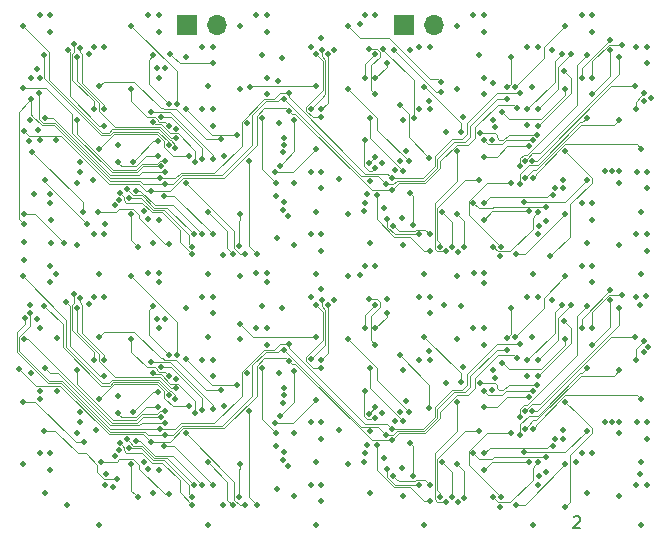
<source format=gbr>
G04 #@! TF.GenerationSoftware,KiCad,Pcbnew,(5.0.1)-3*
G04 #@! TF.CreationDate,2019-05-17T14:34:35+10:00*
G04 #@! TF.ProjectId,UVTV,555654562E6B696361645F7063620000,1*
G04 #@! TF.SameCoordinates,PX30291a0PY5aa5910*
G04 #@! TF.FileFunction,Copper,L2,Inr,Signal*
G04 #@! TF.FilePolarity,Positive*
%FSLAX46Y46*%
G04 Gerber Fmt 4.6, Leading zero omitted, Abs format (unit mm)*
G04 Created by KiCad (PCBNEW (5.0.1)-3) date 2019-05-17 2:34:35 PM*
%MOMM*%
%LPD*%
G01*
G04 APERTURE LIST*
G04 #@! TA.AperFunction,NonConductor*
%ADD10C,0.200000*%
G04 #@! TD*
G04 #@! TA.AperFunction,ViaPad*
%ADD11O,1.700000X1.700000*%
G04 #@! TD*
G04 #@! TA.AperFunction,ViaPad*
%ADD12R,1.700000X1.700000*%
G04 #@! TD*
G04 #@! TA.AperFunction,ViaPad*
%ADD13C,0.500000*%
G04 #@! TD*
G04 #@! TA.AperFunction,Conductor*
%ADD14C,0.100000*%
G04 #@! TD*
G04 APERTURE END LIST*
D10*
X47770476Y1602381D02*
X47818095Y1650000D01*
X47913333Y1697620D01*
X48151428Y1697620D01*
X48246666Y1650000D01*
X48294285Y1602381D01*
X48341904Y1507143D01*
X48341904Y1411905D01*
X48294285Y1269048D01*
X47722857Y697620D01*
X48341904Y697620D01*
D11*
G04 #@! TO.N,GND*
G04 #@! TO.C,J2*
X17600000Y43300000D03*
D12*
X15060000Y43300000D03*
G04 #@! TD*
D11*
G04 #@! TO.N,+3V3*
G04 #@! TO.C,J3*
X35960000Y43300000D03*
D12*
X33420000Y43300000D03*
G04 #@! TD*
D13*
G04 #@! TO.N,GND*
X31700000Y27800000D03*
X11400006Y27500000D03*
X20150000Y35000006D03*
X41131144Y34620358D03*
X31700000Y6600000D03*
X41131144Y13420358D03*
X11400006Y6300000D03*
X20150000Y13800006D03*
X1650000Y33450000D03*
X2050000Y28950000D03*
X1200000Y23400000D03*
X1250000Y24900000D03*
X1700000Y19550000D03*
G04 #@! TO.N,+3V3*
X22800000Y35000000D03*
X33200000Y26950000D03*
X43850000Y34800000D03*
X11729869Y26861547D03*
X33200000Y5750000D03*
X22800000Y13800000D03*
X1800000Y13800000D03*
X43850000Y13600000D03*
X11729869Y5661547D03*
X1700000Y35200000D03*
G04 #@! TO.N,/G1A0*
X3450000Y44100018D03*
G04 #@! TO.N,/R1A0*
X2550000Y44100016D03*
G04 #@! TO.N,/B1A0*
X3450023Y42699977D03*
G04 #@! TO.N,/B1A1*
X6699992Y40850000D03*
G04 #@! TO.N,/R1A1*
X7139934Y41450022D03*
G04 #@! TO.N,/G1A1*
X8039934Y41450034D03*
G04 #@! TO.N,/G1A2*
X12629869Y44100024D03*
G04 #@! TO.N,/R1A2*
X11729869Y44100024D03*
G04 #@! TO.N,/B1A2*
X12629869Y42700000D03*
G04 #@! TO.N,/B1A3*
X17219803Y40050000D03*
X13600000Y40850000D03*
G04 #@! TO.N,/R1A3*
X16319803Y41450000D03*
G04 #@! TO.N,/G1A3*
X17219803Y41450000D03*
G04 #@! TO.N,/G1A4*
X2300026Y39550000D03*
G04 #@! TO.N,/R1A4*
X2550000Y38799973D03*
G04 #@! TO.N,/B1A4*
X1800000Y38800000D03*
G04 #@! TO.N,/B1A5*
X8039934Y34750001D03*
X4950000Y41150000D03*
G04 #@! TO.N,/R1A5*
X7139934Y36150001D03*
X5450000Y41700000D03*
G04 #@! TO.N,/G1A5*
X8039934Y36150001D03*
X5950000Y41350000D03*
G04 #@! TO.N,/G1A6*
X12647769Y38817932D03*
G04 #@! TO.N,/R1A6*
X12500010Y39600000D03*
G04 #@! TO.N,/B1A6*
X13150000Y39600000D03*
G04 #@! TO.N,/B1A7*
X17219803Y34750001D03*
G04 #@! TO.N,/R1A7*
X16319803Y36150029D03*
G04 #@! TO.N,/G1A7*
X17219808Y36149996D03*
G04 #@! TO.N,/G1A8*
X3976024Y33499990D03*
G04 #@! TO.N,/R1A8*
X2550044Y33500000D03*
G04 #@! TO.N,/B1A8*
X2450000Y34350000D03*
G04 #@! TO.N,/B1A9*
X7100000Y30150000D03*
G04 #@! TO.N,/R1A9*
X6000000Y30850000D03*
G04 #@! TO.N,/G1A9*
X5950000Y31700000D03*
G04 #@! TO.N,/G1A10*
X12557091Y33427222D03*
X10450000Y31699998D03*
G04 #@! TO.N,/R1A10*
X9200000Y33100000D03*
G04 #@! TO.N,/B1A10*
X12593685Y32168195D03*
X9150000Y31650000D03*
G04 #@! TO.N,/B1A11*
X12146721Y35047169D03*
X15700157Y31635776D03*
G04 #@! TO.N,/R1A11*
X12850000Y35499998D03*
X16300000Y31900000D03*
G04 #@! TO.N,/G1A11*
X11950000Y35949998D03*
X17200000Y31950000D03*
G04 #@! TO.N,/G1A12*
X3450000Y28200000D03*
G04 #@! TO.N,/R1A12*
X3450000Y28950008D03*
G04 #@! TO.N,/B1A12*
X3500008Y26800000D03*
G04 #@! TO.N,/B1A13*
X8049990Y26450000D03*
G04 #@! TO.N,/R1A13*
X7139934Y25549990D03*
G04 #@! TO.N,/G1A13*
X8039935Y25549999D03*
G04 #@! TO.N,/G1A14*
X9297445Y28452294D03*
G04 #@! TO.N,/R1A14*
X8906618Y27997027D03*
G04 #@! TO.N,/B1A14*
X12629869Y26800000D03*
G04 #@! TO.N,/B1A15*
X15599988Y25550000D03*
X9950000Y29400000D03*
G04 #@! TO.N,/R1A15*
X16319803Y25549990D03*
X10700000Y29250000D03*
G04 #@! TO.N,/G1A15*
X17219832Y25550029D03*
X13100000Y28800000D03*
G04 #@! TO.N,/G1B0*
X21809738Y44100000D03*
G04 #@! TO.N,/R1B0*
X20909738Y44100000D03*
G04 #@! TO.N,/B1B0*
X21809738Y42700000D03*
G04 #@! TO.N,/B1B1*
X27450000Y41200000D03*
G04 #@! TO.N,/R1B1*
X25499673Y41450000D03*
G04 #@! TO.N,/G1B1*
X26400000Y42150000D03*
G04 #@! TO.N,/G1B2*
X30989607Y44100000D03*
G04 #@! TO.N,/R1B2*
X30089607Y44100000D03*
G04 #@! TO.N,/B1B2*
X29650000Y43350000D03*
G04 #@! TO.N,/B1B3*
X33949990Y41200000D03*
G04 #@! TO.N,/R1B3*
X34679542Y41449998D03*
G04 #@! TO.N,/G1B3*
X35579542Y41449998D03*
G04 #@! TO.N,/G1B4*
X21809738Y38800001D03*
G04 #@! TO.N,/R1B4*
X22700000Y38500000D03*
G04 #@! TO.N,/B1B4*
X21809738Y37400021D03*
G04 #@! TO.N,/B1B5*
X25950000Y40800000D03*
X26400000Y35450000D03*
G04 #@! TO.N,/R1B5*
X26450000Y41200000D03*
X25532516Y36182844D03*
G04 #@! TO.N,/G1B5*
X26399673Y36150001D03*
X26950002Y40800000D03*
G04 #@! TO.N,/G1B6*
X30989607Y38800001D03*
X31949998Y40100002D03*
G04 #@! TO.N,/R1B6*
X30089607Y38800001D03*
X30950000Y40800000D03*
G04 #@! TO.N,/B1B6*
X30989607Y37400001D03*
X30450000Y41249992D03*
G04 #@! TO.N,/B1B7*
X35550000Y36850000D03*
G04 #@! TO.N,/R1B7*
X34679542Y36150001D03*
G04 #@! TO.N,/G1B7*
X35579542Y36150001D03*
G04 #@! TO.N,/G1B8*
X23250000Y33150000D03*
G04 #@! TO.N,/R1B8*
X23249994Y33750000D03*
G04 #@! TO.N,/B1B8*
X23200000Y32499996D03*
G04 #@! TO.N,/B1B9*
X26399673Y29450000D03*
G04 #@! TO.N,/R1B9*
X25499673Y30850000D03*
G04 #@! TO.N,/G1B9*
X26399673Y30850000D03*
G04 #@! TO.N,/G1B10*
X31549979Y31600000D03*
G04 #@! TO.N,/R1B10*
X30950004Y31200000D03*
X30089607Y33500000D03*
G04 #@! TO.N,/B1B10*
X30989607Y32100000D03*
X30450000Y31550000D03*
G04 #@! TO.N,/B1B11*
X32659666Y30957333D03*
G04 #@! TO.N,/R1B11*
X33100000Y31750000D03*
G04 #@! TO.N,/G1B11*
X33600000Y32600000D03*
G04 #@! TO.N,/B1B12*
X23563449Y27110918D03*
G04 #@! TO.N,/R1B12*
X23203610Y28295908D03*
G04 #@! TO.N,/G1B12*
X23200000Y27650000D03*
G04 #@! TO.N,/G1B13*
X26399673Y25550000D03*
G04 #@! TO.N,/R1B13*
X25499673Y25550000D03*
G04 #@! TO.N,/B1B13*
X26399673Y24150000D03*
G04 #@! TO.N,/B1B14*
X30050000Y27500000D03*
G04 #@! TO.N,/R1B14*
X30089607Y28200000D03*
G04 #@! TO.N,/G1B14*
X30250000Y28950000D03*
G04 #@! TO.N,/G1B15*
X35579542Y25550000D03*
X32500000Y26300000D03*
G04 #@! TO.N,/R1B15*
X34679542Y25550000D03*
X32000000Y26850000D03*
G04 #@! TO.N,/B1B15*
X35579542Y24150000D03*
X31100000Y28900000D03*
G04 #@! TO.N,/B1C0*
X40169477Y42700000D03*
G04 #@! TO.N,/R1C0*
X39269477Y44100000D03*
G04 #@! TO.N,/G1C0*
X40169477Y44100000D03*
G04 #@! TO.N,/G1C1*
X44759411Y41450000D03*
G04 #@! TO.N,/R1C1*
X43859411Y41450000D03*
G04 #@! TO.N,/B1C1*
X45900000Y41200000D03*
G04 #@! TO.N,/B1C2*
X49349346Y42700000D03*
G04 #@! TO.N,/R1C2*
X48449346Y44100000D03*
G04 #@! TO.N,/G1C2*
X49349346Y44100000D03*
G04 #@! TO.N,/G1C3*
X53939281Y41450000D03*
G04 #@! TO.N,/R1C3*
X53039281Y41450000D03*
G04 #@! TO.N,/B1C3*
X53939281Y40050000D03*
G04 #@! TO.N,/B1C4*
X40169477Y37400001D03*
G04 #@! TO.N,/R1C4*
X40967157Y38332843D03*
G04 #@! TO.N,/G1C4*
X40169477Y38800001D03*
G04 #@! TO.N,/G1C5*
X47550000Y40800000D03*
X44759411Y36150001D03*
G04 #@! TO.N,/R1C5*
X46750000Y40800000D03*
X43859402Y36149990D03*
G04 #@! TO.N,/B1C5*
X46950000Y39400000D03*
X44759411Y34750001D03*
G04 #@! TO.N,/B1C6*
X49349346Y37400001D03*
X50874274Y41175716D03*
G04 #@! TO.N,/R1C6*
X50850000Y42000000D03*
X48449346Y38800001D03*
G04 #@! TO.N,/G1C6*
X51850000Y41600000D03*
X49349346Y38800001D03*
G04 #@! TO.N,/G1C7*
X53749986Y36800000D03*
G04 #@! TO.N,/R1C7*
X53039281Y36150001D03*
X53749990Y37500000D03*
G04 #@! TO.N,/B1C7*
X54300000Y37100000D03*
G04 #@! TO.N,/B1C8*
X40169477Y32100000D03*
X43950000Y33000000D03*
G04 #@! TO.N,/R1C8*
X39849979Y34150000D03*
X44699996Y34000000D03*
G04 #@! TO.N,/G1C8*
X40169477Y33500000D03*
X44350000Y33500000D03*
G04 #@! TO.N,/G1C9*
X46850000Y29450000D03*
G04 #@! TO.N,/R1C9*
X46850000Y30150000D03*
G04 #@! TO.N,/B1C9*
X46165031Y29450000D03*
G04 #@! TO.N,/G1C10*
X51650000Y30900000D03*
G04 #@! TO.N,/R1C10*
X51050000Y30899996D03*
G04 #@! TO.N,/B1C10*
X50450000Y30900000D03*
G04 #@! TO.N,/G1C11*
X53939281Y30850000D03*
G04 #@! TO.N,/R1C11*
X53126770Y30828212D03*
G04 #@! TO.N,/B1C11*
X53939281Y29450000D03*
G04 #@! TO.N,/B1C12*
X40169477Y26800000D03*
X43956588Y27499980D03*
G04 #@! TO.N,/R1C12*
X39269477Y28200000D03*
X45400000Y27899990D03*
G04 #@! TO.N,/G1C12*
X40169477Y28200000D03*
X46050000Y28850002D03*
G04 #@! TO.N,/G1C13*
X44759398Y25550043D03*
G04 #@! TO.N,/R1C13*
X44800026Y26250000D03*
G04 #@! TO.N,/B1C13*
X45450000Y26650000D03*
G04 #@! TO.N,/B1C14*
X49349346Y26800000D03*
G04 #@! TO.N,/R1C14*
X48449346Y28200000D03*
G04 #@! TO.N,/G1C14*
X49349346Y28200000D03*
G04 #@! TO.N,/G1C15*
X53939281Y25550000D03*
G04 #@! TO.N,/R1C15*
X53039281Y25550000D03*
G04 #@! TO.N,/B1C15*
X53939281Y24150000D03*
G04 #@! TO.N,/B2A0*
X3449992Y21499992D03*
G04 #@! TO.N,/R2A0*
X3900000Y22200004D03*
G04 #@! TO.N,/G2A0*
X3449980Y22900000D03*
G04 #@! TO.N,/G2A1*
X8039934Y20250034D03*
G04 #@! TO.N,/R2A1*
X7139934Y20250022D03*
G04 #@! TO.N,/B2A1*
X6699992Y19650000D03*
G04 #@! TO.N,/B2A2*
X12629869Y21500000D03*
G04 #@! TO.N,/R2A2*
X11750000Y22250000D03*
G04 #@! TO.N,/G2A2*
X12649994Y22250000D03*
G04 #@! TO.N,/G2A3*
X17219803Y20250000D03*
G04 #@! TO.N,/R2A3*
X16319803Y20250000D03*
G04 #@! TO.N,/B2A3*
X17219803Y18850000D03*
G04 #@! TO.N,/B2A4*
X4050000Y16800000D03*
G04 #@! TO.N,/R2A4*
X2550000Y17599973D03*
G04 #@! TO.N,/G2A4*
X2300026Y18350000D03*
G04 #@! TO.N,/G2A5*
X5950000Y20150000D03*
X8039934Y14950001D03*
G04 #@! TO.N,/R2A5*
X7139934Y14950001D03*
X5450000Y20500000D03*
G04 #@! TO.N,/B2A5*
X8039934Y13550001D03*
X4800000Y19800000D03*
G04 #@! TO.N,/B2A6*
X13150000Y18400000D03*
G04 #@! TO.N,/R2A6*
X12500010Y18400000D03*
G04 #@! TO.N,/G2A6*
X12647769Y17617932D03*
G04 #@! TO.N,/G2A7*
X17219808Y14949996D03*
G04 #@! TO.N,/R2A7*
X16319803Y14950029D03*
G04 #@! TO.N,/B2A7*
X17219803Y13550001D03*
G04 #@! TO.N,/B2A8*
X2550000Y11600000D03*
G04 #@! TO.N,/R2A8*
X2550044Y12300000D03*
G04 #@! TO.N,/G2A8*
X4050000Y12300000D03*
G04 #@! TO.N,/G2A9*
X5950000Y10500000D03*
G04 #@! TO.N,/R2A9*
X6000000Y9650000D03*
G04 #@! TO.N,/B2A9*
X7350000Y9000000D03*
G04 #@! TO.N,/B2A10*
X9150000Y10450000D03*
X12593685Y10968195D03*
G04 #@! TO.N,/R2A10*
X9200000Y11900000D03*
G04 #@! TO.N,/G2A10*
X10450000Y10499998D03*
X12557091Y12227222D03*
G04 #@! TO.N,/G2A11*
X11950000Y14749998D03*
X17200000Y10750000D03*
G04 #@! TO.N,/R2A11*
X12850000Y14299998D03*
X16300000Y10700000D03*
G04 #@! TO.N,/B2A11*
X12146721Y13847169D03*
X15700157Y10435776D03*
G04 #@! TO.N,/B2A12*
X3450000Y5600000D03*
G04 #@! TO.N,/R2A12*
X2550006Y7000006D03*
G04 #@! TO.N,/G2A12*
X3450000Y6999980D03*
G04 #@! TO.N,/G2A13*
X8050032Y4349999D03*
G04 #@! TO.N,/R2A13*
X8200000Y5250000D03*
G04 #@! TO.N,/B2A13*
X8750000Y4200000D03*
G04 #@! TO.N,/B2A14*
X12629869Y5600000D03*
G04 #@! TO.N,/R2A14*
X8906618Y6797027D03*
G04 #@! TO.N,/G2A14*
X9297445Y7252294D03*
G04 #@! TO.N,/G2A15*
X17219832Y4350029D03*
X13100000Y7600000D03*
G04 #@! TO.N,/R2A15*
X16319803Y4349990D03*
X10700000Y8050000D03*
G04 #@! TO.N,/B2A15*
X15599988Y4350000D03*
X9950000Y8200000D03*
G04 #@! TO.N,/G2B0*
X21800000Y22300000D03*
G04 #@! TO.N,/R2B0*
X20900000Y22250000D03*
G04 #@! TO.N,/B2B0*
X21809738Y21499988D03*
G04 #@! TO.N,/B2B1*
X27450000Y20000000D03*
G04 #@! TO.N,/R2B1*
X25499673Y20250000D03*
G04 #@! TO.N,/G2B1*
X26400000Y20950000D03*
G04 #@! TO.N,/G2B2*
X30989607Y22900000D03*
G04 #@! TO.N,/R2B2*
X30089607Y22900000D03*
G04 #@! TO.N,/B2B2*
X29650000Y22150000D03*
G04 #@! TO.N,/B2B3*
X35579542Y18850000D03*
G04 #@! TO.N,/R2B3*
X34679542Y20250000D03*
G04 #@! TO.N,/G2B3*
X35579542Y20250000D03*
G04 #@! TO.N,/G2B4*
X21809738Y17600001D03*
G04 #@! TO.N,/R2B4*
X20909738Y17600001D03*
G04 #@! TO.N,/B2B4*
X21809738Y16200021D03*
G04 #@! TO.N,/B2B5*
X26400000Y14250000D03*
X25950000Y19600000D03*
G04 #@! TO.N,/R2B5*
X25532516Y14982844D03*
X26450000Y20000000D03*
G04 #@! TO.N,/G2B5*
X26950002Y19600000D03*
X26399673Y14950001D03*
G04 #@! TO.N,/G2B6*
X30989607Y17600001D03*
X31949998Y18900002D03*
G04 #@! TO.N,/R2B6*
X30950000Y19600000D03*
X30089607Y17600001D03*
G04 #@! TO.N,/B2B6*
X30450000Y20049992D03*
X30989607Y16200001D03*
G04 #@! TO.N,/B2B7*
X35550000Y15650000D03*
G04 #@! TO.N,/R2B7*
X34679542Y14950001D03*
G04 #@! TO.N,/G2B7*
X35579542Y14950001D03*
G04 #@! TO.N,/G2B8*
X23250000Y11950000D03*
G04 #@! TO.N,/R2B8*
X23249994Y12550000D03*
G04 #@! TO.N,/B2B8*
X23200000Y11299996D03*
G04 #@! TO.N,/B2B9*
X26399673Y8250000D03*
G04 #@! TO.N,/R2B9*
X25499673Y9650000D03*
G04 #@! TO.N,/G2B9*
X26399673Y9650000D03*
G04 #@! TO.N,/G2B10*
X31549979Y10400000D03*
G04 #@! TO.N,/R2B10*
X30950004Y10000000D03*
X30089607Y12300000D03*
G04 #@! TO.N,/B2B10*
X30989607Y10900000D03*
X30450000Y10350000D03*
G04 #@! TO.N,/B2B11*
X32659666Y9757333D03*
G04 #@! TO.N,/R2B11*
X33100000Y10550000D03*
G04 #@! TO.N,/G2B11*
X33600000Y11400000D03*
G04 #@! TO.N,/G2B12*
X23200000Y6450000D03*
G04 #@! TO.N,/R2B12*
X23203610Y7095908D03*
G04 #@! TO.N,/B2B12*
X23563449Y5910918D03*
G04 #@! TO.N,/B2B13*
X26399673Y2950000D03*
G04 #@! TO.N,/R2B13*
X25499673Y4350000D03*
G04 #@! TO.N,/G2B13*
X26399673Y4350000D03*
G04 #@! TO.N,/G2B14*
X30250000Y7750000D03*
G04 #@! TO.N,/R2B14*
X30089607Y7000000D03*
G04 #@! TO.N,/B2B14*
X30050000Y6300000D03*
G04 #@! TO.N,/B2B15*
X35579542Y2950000D03*
X31100000Y7700000D03*
G04 #@! TO.N,/R2B15*
X34679542Y4350000D03*
X32000000Y5650000D03*
G04 #@! TO.N,/G2B15*
X32500000Y5100000D03*
X35579542Y4350000D03*
G04 #@! TO.N,/G2C0*
X40200000Y22250000D03*
G04 #@! TO.N,/R2C0*
X39300000Y22250000D03*
G04 #@! TO.N,/B2C0*
X40169477Y21449988D03*
G04 #@! TO.N,/B2C1*
X45900000Y20000000D03*
G04 #@! TO.N,/R2C1*
X43859411Y20250000D03*
G04 #@! TO.N,/G2C1*
X44759411Y20250000D03*
G04 #@! TO.N,/G2C2*
X49349346Y22900000D03*
G04 #@! TO.N,/R2C2*
X48449346Y22900000D03*
G04 #@! TO.N,/B2C2*
X49349346Y21500000D03*
G04 #@! TO.N,/B2C3*
X53400000Y19550000D03*
G04 #@! TO.N,/R2C3*
X53039281Y20250000D03*
G04 #@! TO.N,/G2C3*
X53932029Y20300012D03*
G04 #@! TO.N,/G2C4*
X40169477Y17600001D03*
G04 #@! TO.N,/R2C4*
X39269477Y17600001D03*
G04 #@! TO.N,/B2C4*
X40169477Y16200001D03*
G04 #@! TO.N,/B2C5*
X44759411Y13550001D03*
X46950000Y18200000D03*
G04 #@! TO.N,/R2C5*
X46750000Y19600000D03*
X43859402Y14949990D03*
G04 #@! TO.N,/G2C5*
X44759411Y14950001D03*
X47550000Y19600000D03*
G04 #@! TO.N,/G2C6*
X49349346Y17600001D03*
X51850000Y20400000D03*
G04 #@! TO.N,/R2C6*
X50850000Y20800000D03*
X48449346Y17600001D03*
G04 #@! TO.N,/B2C6*
X50874274Y19975716D03*
X49349346Y16200001D03*
G04 #@! TO.N,/B2C7*
X54100000Y16050000D03*
G04 #@! TO.N,/R2C7*
X53039281Y14950001D03*
X53750000Y16550000D03*
G04 #@! TO.N,/G2C7*
X53731628Y15576379D03*
G04 #@! TO.N,/G2C8*
X40169477Y12300000D03*
X44350000Y12300000D03*
G04 #@! TO.N,/R2C8*
X44699996Y12800000D03*
X39849979Y12950000D03*
G04 #@! TO.N,/B2C8*
X40169477Y10900000D03*
X43950000Y11800000D03*
G04 #@! TO.N,/B2C9*
X46165031Y8250000D03*
G04 #@! TO.N,/R2C9*
X46850000Y8950000D03*
G04 #@! TO.N,/G2C9*
X46850000Y8250000D03*
G04 #@! TO.N,/G2C10*
X51650000Y9700000D03*
G04 #@! TO.N,/R2C10*
X51050000Y9699996D03*
G04 #@! TO.N,/B2C10*
X50450000Y9700000D03*
G04 #@! TO.N,/B2C11*
X53939281Y8250000D03*
G04 #@! TO.N,/R2C11*
X53126770Y9628212D03*
G04 #@! TO.N,/G2C11*
X53939281Y9650000D03*
G04 #@! TO.N,/G2C12*
X46050000Y7650002D03*
X40169477Y7000000D03*
G04 #@! TO.N,/R2C12*
X39269477Y7000000D03*
X45400000Y6699990D03*
G04 #@! TO.N,/B2C12*
X43956588Y6299980D03*
X40169477Y5600000D03*
G04 #@! TO.N,/G2C13*
X44759398Y4350043D03*
G04 #@! TO.N,/R2C13*
X44800026Y5050000D03*
G04 #@! TO.N,/B2C13*
X45450000Y5450000D03*
G04 #@! TO.N,/B2C14*
X48000000Y6300000D03*
G04 #@! TO.N,/R2C14*
X48449346Y7000000D03*
G04 #@! TO.N,/G2C14*
X49349346Y7000000D03*
G04 #@! TO.N,/G2C15*
X53939281Y4350000D03*
G04 #@! TO.N,/R2C15*
X53039281Y4350000D03*
G04 #@! TO.N,/B2C15*
X53350000Y5250000D03*
G04 #@! TO.N,/UV1A0*
X2965000Y40725000D03*
X13496030Y33109741D03*
G04 #@! TO.N,/UV1A1*
X12179869Y40725000D03*
X13500000Y36550006D03*
G04 #@! TO.N,/UV1A2*
X16769803Y38075000D03*
G04 #@! TO.N,/UV1A3*
X25949673Y38075000D03*
X20350000Y38050000D03*
G04 #@! TO.N,/UV1A4*
X3000000Y35425000D03*
X13200002Y30800000D03*
G04 #@! TO.N,/UV1A5*
X14091845Y34499989D03*
G04 #@! TO.N,/UV1A6*
X18200000Y32200002D03*
G04 #@! TO.N,/UV1A7*
X22499996Y30800000D03*
X25950000Y32750000D03*
G04 #@! TO.N,/UV1A8*
X2999990Y30125000D03*
X6600000Y26400000D03*
G04 #@! TO.N,/UV1A9*
X15450000Y24500000D03*
X10097581Y28644696D03*
G04 #@! TO.N,/UV1A10*
X16769803Y27475001D03*
X18950000Y23900010D03*
G04 #@! TO.N,/UV1A11*
X25949673Y27475001D03*
G04 #@! TO.N,/UV1A12*
X3500000Y24800000D03*
G04 #@! TO.N,/UV1A13*
X12179869Y24825000D03*
G04 #@! TO.N,/UV1A14*
X16769787Y22174984D03*
G04 #@! TO.N,/UV1A15*
X25949673Y22175000D03*
G04 #@! TO.N,/UV1B0*
X17950000Y33600000D03*
X7589934Y38075000D03*
G04 #@! TO.N,/UV1B1*
X21359738Y40725000D03*
G04 #@! TO.N,/UV1B2*
X7590310Y32775376D03*
X15200002Y32200000D03*
G04 #@! TO.N,/UV1B3*
X21359738Y35425000D03*
X22550000Y29899990D03*
G04 #@! TO.N,/UV1B4*
X13500000Y24750000D03*
X7519198Y27456788D03*
G04 #@! TO.N,/UV1B5*
X22550000Y28800000D03*
G04 #@! TO.N,/UV1B6*
X7589934Y22175000D03*
G04 #@! TO.N,/UV1B7*
X22649994Y25200000D03*
G04 #@! TO.N,/UV1B8*
X38200023Y34213866D03*
X35119422Y38064880D03*
G04 #@! TO.N,/UV1B9*
X48899346Y40725000D03*
X43250000Y31300000D03*
G04 #@! TO.N,/UV1B10*
X37000021Y34200000D03*
G04 #@! TO.N,/UV1B11*
X43250000Y29800000D03*
X48899346Y35425000D03*
G04 #@! TO.N,/UV1B12*
X37450000Y24500000D03*
X36600000Y27450000D03*
G04 #@! TO.N,/UV1B13*
X48899346Y30125000D03*
X43600000Y28300000D03*
G04 #@! TO.N,/UV1B14*
X35129542Y22175000D03*
G04 #@! TO.N,/UV1B15*
X48899346Y24825000D03*
G04 #@! TO.N,/UV1C0*
X34239233Y35436402D03*
X31653276Y41252817D03*
G04 #@! TO.N,/UV1C1*
X39719507Y40725000D03*
G04 #@! TO.N,/UV1C2*
X44259411Y38024903D03*
G04 #@! TO.N,/UV1C3*
X44250023Y31800000D03*
X53000000Y38100000D03*
G04 #@! TO.N,/UV1C4*
X30539607Y35425000D03*
X33300000Y30950000D03*
G04 #@! TO.N,/UV1C5*
X38399985Y35500033D03*
G04 #@! TO.N,/UV1C6*
X40891181Y33573925D03*
G04 #@! TO.N,/UV1C7*
X53489281Y32775000D03*
X44300000Y30300000D03*
G04 #@! TO.N,/UV1C8*
X30518070Y30082110D03*
G04 #@! TO.N,/UV1C9*
X39719477Y30125000D03*
X36450009Y24500010D03*
G04 #@! TO.N,/UV1C10*
X40950000Y24500000D03*
X44788350Y27449360D03*
G04 #@! TO.N,/UV1C11*
X53489281Y27475001D03*
G04 #@! TO.N,/UV1C12*
X30539607Y24825000D03*
G04 #@! TO.N,/UV1C13*
X37950000Y24050021D03*
G04 #@! TO.N,/UV1C14*
X44309411Y22175000D03*
G04 #@! TO.N,/UV1C15*
X53489281Y22175000D03*
G04 #@! TO.N,/UV2A0*
X2965000Y19525000D03*
X13496030Y11909741D03*
G04 #@! TO.N,/UV2A1*
X13500000Y15350006D03*
X12179869Y19525000D03*
G04 #@! TO.N,/UV2A2*
X16769803Y16875000D03*
G04 #@! TO.N,/UV2A3*
X25949673Y16875000D03*
X19500000Y18000000D03*
G04 #@! TO.N,/UV2A4*
X3000000Y14225000D03*
X13200002Y9600000D03*
G04 #@! TO.N,/UV2A5*
X14091845Y13299989D03*
G04 #@! TO.N,/UV2A6*
X18200000Y11000002D03*
G04 #@! TO.N,/UV2A7*
X22499996Y9600000D03*
X25950000Y11550000D03*
G04 #@! TO.N,/UV2A8*
X2965000Y8925000D03*
X9100000Y4800000D03*
G04 #@! TO.N,/UV2A9*
X15450000Y3300000D03*
X10097581Y7444696D03*
G04 #@! TO.N,/UV2A10*
X16769803Y6275001D03*
X18950000Y2600000D03*
G04 #@! TO.N,/UV2A11*
X25949673Y6275001D03*
G04 #@! TO.N,/UV2A12*
X3000000Y3625000D03*
G04 #@! TO.N,/UV2A13*
X12179869Y3625000D03*
G04 #@! TO.N,/UV2A14*
X16769787Y974984D03*
G04 #@! TO.N,/UV2A15*
X25949673Y975000D03*
G04 #@! TO.N,/UV2B0*
X7589934Y16875000D03*
X17950000Y12400000D03*
G04 #@! TO.N,/UV2B1*
X21359738Y19525000D03*
G04 #@! TO.N,/UV2B2*
X7590310Y11575376D03*
X15200002Y11000000D03*
G04 #@! TO.N,/UV2B3*
X22550000Y8699990D03*
X21359738Y14225000D03*
G04 #@! TO.N,/UV2B4*
X13500000Y3550000D03*
X7714746Y6296867D03*
G04 #@! TO.N,/UV2B5*
X22550000Y7600000D03*
G04 #@! TO.N,/UV2B6*
X7589934Y975000D03*
G04 #@! TO.N,/UV2B7*
X22649994Y4000000D03*
G04 #@! TO.N,/UV2B8*
X38200023Y13013866D03*
X35129542Y16875000D03*
G04 #@! TO.N,/UV2B9*
X48899346Y19525000D03*
X43250000Y10100000D03*
G04 #@! TO.N,/UV2B10*
X37000021Y13000000D03*
G04 #@! TO.N,/UV2B11*
X43250000Y8600000D03*
X48899346Y14225000D03*
G04 #@! TO.N,/UV2B12*
X37450000Y3300000D03*
X36600000Y6250000D03*
G04 #@! TO.N,/UV2B13*
X48899346Y8925000D03*
X43600000Y7100000D03*
G04 #@! TO.N,/UV2B14*
X35129542Y975000D03*
G04 #@! TO.N,/UV2B15*
X48899346Y3625000D03*
G04 #@! TO.N,/UV2C0*
X31950000Y20100000D03*
G04 #@! TO.N,/UV2C1*
X38200000Y19500000D03*
G04 #@! TO.N,/UV2C2*
X44259411Y16824903D03*
G04 #@! TO.N,/UV2C3*
X44250023Y10600000D03*
X53000000Y16900000D03*
G04 #@! TO.N,/UV2C4*
X33300000Y9750000D03*
X30539607Y14225000D03*
G04 #@! TO.N,/UV2C5*
X38399985Y14300033D03*
G04 #@! TO.N,/UV2C6*
X40891181Y12373925D03*
G04 #@! TO.N,/UV2C7*
X44300000Y9100000D03*
X53489281Y11575000D03*
G04 #@! TO.N,/UV2C8*
X30518070Y8882110D03*
G04 #@! TO.N,/UV2C9*
X39719477Y8925000D03*
X36450009Y3300010D03*
G04 #@! TO.N,/UV2C10*
X40950000Y3300000D03*
X44788350Y6249360D03*
G04 #@! TO.N,/UV2C11*
X53489281Y6275001D03*
G04 #@! TO.N,/UV2C12*
X30539607Y3625000D03*
G04 #@! TO.N,/UV2C13*
X37950000Y2850006D03*
G04 #@! TO.N,/UV2C14*
X44309411Y975000D03*
G04 #@! TO.N,/UV2C15*
X53489281Y975000D03*
G04 #@! TO.N,/V1A0*
X1150000Y43187500D03*
X14038400Y32848862D03*
G04 #@! TO.N,/V1A1*
X10329869Y43187500D03*
X14150000Y36550004D03*
G04 #@! TO.N,/V1A2*
X14919803Y40537500D03*
G04 #@! TO.N,/V1A3*
X23050000Y40500000D03*
G04 #@! TO.N,/V1A4*
X1150000Y37900000D03*
X12850006Y31300000D03*
G04 #@! TO.N,/V1A5*
X10329869Y37887501D03*
X13544105Y34752655D03*
G04 #@! TO.N,/V1A6*
X19250000Y33999984D03*
X14950000Y36200000D03*
G04 #@! TO.N,/V1A7*
X24126430Y35210744D03*
X22900000Y31350000D03*
G04 #@! TO.N,/V1A8*
X6200000Y27450000D03*
X1950002Y32550000D03*
G04 #@! TO.N,/V1A9*
X15450000Y23850043D03*
X9350032Y29050000D03*
G04 #@! TO.N,/V1A10*
X14919803Y29937500D03*
X19971485Y23900010D03*
G04 #@! TO.N,/V1A11*
X24101430Y29935743D03*
G04 #@! TO.N,/V1A12*
X4650000Y24800000D03*
X1200010Y27287500D03*
G04 #@! TO.N,/V1A13*
X10329869Y27287500D03*
X10900000Y24486329D03*
G04 #@! TO.N,/V1A14*
X18100010Y23800000D03*
G04 #@! TO.N,/V1A15*
X24099673Y24637500D03*
G04 #@! TO.N,/V1B0*
X5739934Y40537500D03*
X14063497Y33699978D03*
G04 #@! TO.N,/V1B1*
X19509738Y43187500D03*
G04 #@! TO.N,/V1B2*
X5739934Y35237501D03*
X13200000Y31800004D03*
G04 #@! TO.N,/V1B3*
X19509738Y37887501D03*
G04 #@! TO.N,/V1B4*
X5739934Y29937500D03*
G04 #@! TO.N,/V1B5*
X20250000Y31800000D03*
X20950000Y23900010D03*
G04 #@! TO.N,/V1B6*
X5739934Y24637500D03*
G04 #@! TO.N,/V1B7*
X19509738Y27287500D03*
X19460741Y24546971D03*
G04 #@! TO.N,/V1B8*
X32600002Y41150000D03*
X36549998Y37600000D03*
G04 #@! TO.N,/V1B9*
X47049346Y43187500D03*
X42796835Y38064571D03*
G04 #@! TO.N,/V1B10*
X33293864Y35251823D03*
G04 #@! TO.N,/V1B11*
X47049346Y37887501D03*
X41700000Y35900000D03*
G04 #@! TO.N,/V1B12*
X34182848Y26332852D03*
X33950000Y29050000D03*
G04 #@! TO.N,/V1B13*
X47051266Y32585580D03*
X45800000Y23700000D03*
G04 #@! TO.N,/V1B14*
X33279542Y24637500D03*
G04 #@! TO.N,/V1B15*
X47055972Y27280874D03*
X42850000Y23850000D03*
G04 #@! TO.N,/V1C0*
X28689607Y43187500D03*
X36550000Y38450000D03*
G04 #@! TO.N,/V1C1*
X37869477Y43187500D03*
G04 #@! TO.N,/V1C2*
X42459411Y40537500D03*
X42150000Y38000000D03*
G04 #@! TO.N,/V1C3*
X51639281Y40537500D03*
X43650010Y31800000D03*
G04 #@! TO.N,/V1C4*
X33800000Y31750000D03*
X28689607Y37887501D03*
G04 #@! TO.N,/V1C5*
X37869477Y37887501D03*
G04 #@! TO.N,/V1C6*
X40972593Y35255248D03*
G04 #@! TO.N,/V1C7*
X51639281Y35237501D03*
X43650006Y30300000D03*
G04 #@! TO.N,/V1C8*
X27900000Y30200000D03*
G04 #@! TO.N,/V1C9*
X36950000Y24100000D03*
X37869477Y32587500D03*
G04 #@! TO.N,/V1C10*
X42459411Y29937500D03*
X41600000Y24500006D03*
G04 #@! TO.N,/V1C11*
X51639281Y29937500D03*
G04 #@! TO.N,/V1C12*
X28689607Y27287500D03*
G04 #@! TO.N,/V1C13*
X37869477Y27287500D03*
X38450000Y24450031D03*
G04 #@! TO.N,/V1C14*
X41550000Y23700000D03*
G04 #@! TO.N,/V1C15*
X51639281Y24637500D03*
G04 #@! TO.N,/V2A0*
X14038400Y11648862D03*
X1150000Y21987500D03*
G04 #@! TO.N,/V2A1*
X10329869Y21987500D03*
X14150000Y15350004D03*
G04 #@! TO.N,/V2A2*
X14919803Y19337500D03*
G04 #@! TO.N,/V2A3*
X23050000Y19300000D03*
G04 #@! TO.N,/V2A4*
X12850006Y10100000D03*
X1200010Y16700000D03*
G04 #@! TO.N,/V2A5*
X10329869Y16687501D03*
X13544105Y13552655D03*
G04 #@! TO.N,/V2A6*
X19250000Y12799984D03*
X14950000Y15000000D03*
G04 #@! TO.N,/V2A7*
X24126430Y14010744D03*
X22900000Y10150000D03*
G04 #@! TO.N,/V2A8*
X6350000Y7950000D03*
X1150000Y11387500D03*
G04 #@! TO.N,/V2A9*
X15450000Y2650043D03*
X9349988Y7850000D03*
G04 #@! TO.N,/V2A10*
X14919803Y8737500D03*
X19950010Y2600000D03*
G04 #@! TO.N,/V2A11*
X24101430Y8735743D03*
G04 #@! TO.N,/V2A12*
X1150000Y6087500D03*
G04 #@! TO.N,/V2A13*
X10329869Y6087500D03*
X10900000Y3286329D03*
G04 #@! TO.N,/V2A14*
X18100010Y2600000D03*
G04 #@! TO.N,/V2A15*
X24099673Y3437500D03*
G04 #@! TO.N,/V2B0*
X14063497Y12499978D03*
X5739934Y19337500D03*
G04 #@! TO.N,/V2B1*
X19509738Y21987500D03*
G04 #@! TO.N,/V2B2*
X13200000Y10600004D03*
X5739934Y14037501D03*
G04 #@! TO.N,/V2B3*
X19509738Y16687501D03*
G04 #@! TO.N,/V2B4*
X5739934Y8737500D03*
G04 #@! TO.N,/V2B5*
X20950000Y2600000D03*
X20250000Y10600000D03*
G04 #@! TO.N,/V2B6*
X4900002Y2600000D03*
G04 #@! TO.N,/V2B7*
X19447181Y3303288D03*
X19509738Y6087500D03*
G04 #@! TO.N,/V2B8*
X36779563Y19550000D03*
G04 #@! TO.N,/V2B9*
X47049346Y21987500D03*
X42796835Y16864571D03*
G04 #@! TO.N,/V2B10*
X33293864Y14051823D03*
G04 #@! TO.N,/V2B11*
X41700000Y14700000D03*
X47049346Y16687501D03*
G04 #@! TO.N,/V2B12*
X33950000Y7850000D03*
X34182848Y5132852D03*
G04 #@! TO.N,/V2B13*
X47051266Y11385580D03*
X47050000Y2500000D03*
G04 #@! TO.N,/V2B14*
X33279542Y3437500D03*
G04 #@! TO.N,/V2B15*
X47055972Y6080874D03*
X42850000Y2650000D03*
G04 #@! TO.N,/V2C0*
X28689607Y21987500D03*
G04 #@! TO.N,/V2C1*
X37869477Y21987500D03*
G04 #@! TO.N,/V2C2*
X42459411Y19337500D03*
X42150000Y16800000D03*
G04 #@! TO.N,/V2C3*
X43650010Y10600000D03*
X51639281Y19337500D03*
G04 #@! TO.N,/V2C4*
X33800000Y10550000D03*
X28689607Y16687501D03*
G04 #@! TO.N,/V2C5*
X37869477Y16687501D03*
G04 #@! TO.N,/V2C6*
X40972593Y14055248D03*
G04 #@! TO.N,/V2C7*
X51639281Y14037501D03*
X43650006Y9100000D03*
G04 #@! TO.N,/V2C8*
X27900000Y9000000D03*
G04 #@! TO.N,/V2C9*
X37869477Y11387500D03*
X36950000Y2900000D03*
G04 #@! TO.N,/V2C10*
X41600000Y3300006D03*
X42459411Y8737500D03*
G04 #@! TO.N,/V2C11*
X51639281Y8737500D03*
G04 #@! TO.N,/V2C12*
X28689607Y6087500D03*
G04 #@! TO.N,/V2C13*
X37869477Y6087500D03*
X38450000Y3250016D03*
G04 #@! TO.N,/V2C14*
X41550000Y2500000D03*
G04 #@! TO.N,/V2C15*
X51639281Y3437500D03*
G04 #@! TO.N,Net-(U-RGB1B-Pad7)*
X35549989Y32050000D03*
X33050000Y36500000D03*
G04 #@! TO.N,Net-(U-RGB2B-Pad7)*
X35549989Y10850000D03*
X33050000Y15300000D03*
G04 #@! TO.N,/LAT1*
X23650000Y37499979D03*
X12750000Y30300000D03*
X43200000Y37500000D03*
X32350000Y30300006D03*
X2500000Y37500000D03*
G04 #@! TO.N,/SCLK1*
X23250000Y37000000D03*
X13150000Y29800000D03*
X31900000Y29800000D03*
X42150000Y37000000D03*
X1850000Y37000000D03*
X1250000Y26400000D03*
G04 #@! TO.N,/GSCLK1*
X23650000Y36000000D03*
X11950000Y29200000D03*
X32350000Y29300000D03*
X42950000Y36250000D03*
X1250000Y34300000D03*
G04 #@! TO.N,/LAT2*
X12750000Y9100000D03*
X32350000Y9100006D03*
X23650000Y16299979D03*
X43200000Y16300000D03*
X1699996Y18900000D03*
G04 #@! TO.N,/SCLK2*
X13150000Y8600000D03*
X23250000Y15800000D03*
X31900000Y8600000D03*
X42150000Y15800000D03*
X1299996Y18450000D03*
G04 #@! TO.N,/GSCLK2*
X11950000Y8000000D03*
X23650000Y14800000D03*
X42950000Y15050000D03*
X32350000Y8100000D03*
X849998Y14150000D03*
G04 #@! TD*
D14*
G04 #@! TO.N,/B1A3*
X13849999Y40600001D02*
X13600000Y40850000D01*
X14400000Y40050000D02*
X13849999Y40600001D01*
X17219803Y40050000D02*
X14400000Y40050000D01*
G04 #@! TO.N,/B1A5*
X5100000Y41000000D02*
X4950000Y41150000D01*
X5100000Y37264935D02*
X5100000Y41000000D01*
X8039934Y34750001D02*
X7614934Y34750001D01*
X7614934Y34750001D02*
X5100000Y37264935D01*
G04 #@! TO.N,/R1A5*
X7139934Y36810066D02*
X7139934Y36150001D01*
X5300000Y38650000D02*
X7139934Y36810066D01*
X5300000Y40800000D02*
X5300000Y38650000D01*
X5450000Y41700000D02*
X5450000Y40950000D01*
X5450000Y40950000D02*
X5300000Y40800000D01*
G04 #@! TO.N,/G1A5*
X5950000Y41350000D02*
X5950000Y40996447D01*
X5950000Y40996447D02*
X6150000Y40796447D01*
X6150000Y38400000D02*
X6150000Y38800000D01*
X8039934Y36510066D02*
X6150000Y38400000D01*
X8039934Y36150001D02*
X8039934Y36510066D01*
X6150000Y40796447D02*
X6150000Y38800000D01*
G04 #@! TO.N,/G1A10*
X12557091Y33427222D02*
X12177224Y33427222D01*
X12177224Y33427222D02*
X10699999Y31949997D01*
X10699999Y31949997D02*
X10450000Y31699998D01*
G04 #@! TO.N,/B1A10*
X11602479Y32168195D02*
X10734281Y31299997D01*
X10734281Y31299997D02*
X9500003Y31299997D01*
X12593685Y32168195D02*
X11602479Y32168195D01*
X9399999Y31400001D02*
X9150000Y31650000D01*
X9500003Y31299997D02*
X9399999Y31400001D01*
G04 #@! TO.N,/B1A11*
X12817556Y34899987D02*
X13617555Y34099988D01*
X12146721Y35047169D02*
X12293903Y34899987D01*
X15700157Y31989329D02*
X15700157Y31635776D01*
X13617555Y34099988D02*
X14236547Y34099988D01*
X14236547Y34099988D02*
X15700157Y32636378D01*
X12293903Y34899987D02*
X12817556Y34899987D01*
X15700157Y32636378D02*
X15700157Y31989329D01*
G04 #@! TO.N,/R1A11*
X16300000Y32903553D02*
X16300000Y32253553D01*
X13703555Y35499998D02*
X16300000Y32903553D01*
X12850000Y35499998D02*
X13703555Y35499998D01*
X16300000Y32253553D02*
X16300000Y31900000D01*
G04 #@! TO.N,/G1A11*
X11950000Y35949998D02*
X13553555Y35949998D01*
X17200000Y32303553D02*
X17200000Y31950000D01*
X13553555Y35949998D02*
X17200000Y32303553D01*
G04 #@! TO.N,/B1A15*
X10199999Y29150001D02*
X9950000Y29400000D01*
X15599988Y25550000D02*
X13346426Y27803562D01*
X10500017Y28849983D02*
X10199999Y29150001D01*
X13346426Y27803562D02*
X12238720Y27803562D01*
X11192299Y28849983D02*
X10500017Y28849983D01*
X12238720Y27803562D02*
X11192299Y28849983D01*
G04 #@! TO.N,/R1A15*
X13866220Y28003573D02*
X12321567Y28003573D01*
X11053553Y29250000D02*
X10700000Y29250000D01*
X16319803Y25549990D02*
X13866220Y28003573D01*
X12321567Y28003573D02*
X11075140Y29250000D01*
X11075140Y29250000D02*
X11053553Y29250000D01*
G04 #@! TO.N,/G1A15*
X13969861Y28800000D02*
X13453553Y28800000D01*
X13453553Y28800000D02*
X13100000Y28800000D01*
X17219832Y25550029D02*
X13969861Y28800000D01*
G04 #@! TO.N,/B1B5*
X25132515Y36374845D02*
X25132515Y36017159D01*
X26550000Y37792330D02*
X25132515Y36374845D01*
X26550000Y40200000D02*
X26550000Y37792330D01*
X25950000Y40800000D02*
X26550000Y40200000D01*
X25132515Y36017159D02*
X25699674Y35450000D01*
X25699674Y35450000D02*
X26400000Y35450000D01*
G04 #@! TO.N,/R1B5*
X26450000Y40650000D02*
X26750000Y40350000D01*
X26450000Y41200000D02*
X26450000Y40650000D01*
X26750000Y40350000D02*
X26750000Y37400328D01*
X26750000Y37400328D02*
X26450000Y37100328D01*
X26450000Y37100328D02*
X25532516Y36182844D01*
G04 #@! TO.N,/G1B5*
X26950000Y40799998D02*
X26950002Y40800000D01*
X26950000Y36700000D02*
X26950000Y40799998D01*
X26399673Y36150001D02*
X26400001Y36150001D01*
X26400001Y36150001D02*
X26950000Y36700000D01*
G04 #@! TO.N,/G1B6*
X31949998Y39760392D02*
X31949998Y40100002D01*
X30989607Y38800001D02*
X31949998Y39760392D01*
G04 #@! TO.N,/R1B6*
X30089607Y38800001D02*
X30089607Y39939607D01*
X30089607Y39939607D02*
X30700001Y40550001D01*
X30700001Y40550001D02*
X30950000Y40800000D01*
G04 #@! TO.N,/B1B6*
X30803553Y41249992D02*
X30450000Y41249992D01*
X31092010Y41249992D02*
X30803553Y41249992D01*
X31350001Y40992001D02*
X31092010Y41249992D01*
X31350001Y40607999D02*
X31350001Y40992001D01*
X30589606Y39847604D02*
X31350001Y40607999D01*
X30589606Y37800002D02*
X30589606Y39847604D01*
X30989607Y37400001D02*
X30589606Y37800002D01*
G04 #@! TO.N,/R1B10*
X30049999Y33460392D02*
X30089607Y33500000D01*
X30049999Y31300001D02*
X30049999Y33460392D01*
X30399999Y30950001D02*
X30049999Y31300001D01*
X30950004Y31200000D02*
X30700005Y30950001D01*
X30700005Y30950001D02*
X30399999Y30950001D01*
G04 #@! TO.N,/B1B10*
X30989607Y32100000D02*
X30450000Y31560393D01*
X30450000Y31560393D02*
X30450000Y31550000D01*
G04 #@! TO.N,/G1B15*
X35579542Y25550000D02*
X35179541Y25950001D01*
X32749999Y26050001D02*
X32500000Y26300000D01*
X35179541Y25950001D02*
X34442003Y25950001D01*
X34442003Y25950001D02*
X34342001Y25849999D01*
X32950001Y25849999D02*
X32749999Y26050001D01*
X34342001Y25849999D02*
X32950001Y25849999D01*
G04 #@! TO.N,/R1B15*
X32000000Y26200000D02*
X32000000Y26850000D01*
X34679542Y25550000D02*
X32650000Y25550000D01*
X32650000Y25550000D02*
X32000000Y26200000D01*
G04 #@! TO.N,/B1B15*
X32567152Y25349990D02*
X31100000Y26817142D01*
X31100000Y28546447D02*
X31100000Y28900000D01*
X31100000Y26817142D02*
X31100000Y28546447D01*
X33900011Y25349989D02*
X32567152Y25349990D01*
X35100000Y24150000D02*
X33900011Y25349989D01*
X35579542Y24150000D02*
X35100000Y24150000D01*
G04 #@! TO.N,/G1C5*
X46450000Y37840590D02*
X44759411Y36150001D01*
X47550000Y40800000D02*
X46450000Y39700000D01*
X46450000Y39700000D02*
X46450000Y37840590D01*
G04 #@! TO.N,/R1C5*
X46150000Y38440588D02*
X43859402Y36149990D01*
X46750000Y40800000D02*
X46150000Y40200000D01*
X46150000Y40200000D02*
X46150000Y38440588D01*
G04 #@! TO.N,/B1C5*
X47550000Y38800000D02*
X46950000Y39400000D01*
X44759411Y34750001D02*
X47550000Y37540590D01*
X47550000Y37540590D02*
X47550000Y38800000D01*
G04 #@! TO.N,/B1C6*
X49349346Y37400001D02*
X50874274Y38924929D01*
X50874274Y40822163D02*
X50874274Y41175716D01*
X50874274Y38924929D02*
X50874274Y40822163D01*
G04 #@! TO.N,/R1C6*
X48449346Y39599346D02*
X48449346Y38800001D01*
X50850000Y42000000D02*
X48449346Y39599346D01*
G04 #@! TO.N,/G1C6*
X50732858Y41600000D02*
X49349346Y40216488D01*
X49349346Y39200001D02*
X49349346Y38800001D01*
X49349346Y40216488D02*
X49349346Y39200001D01*
X51850000Y41600000D02*
X50732858Y41600000D01*
G04 #@! TO.N,/R1C7*
X53039281Y36150001D02*
X53039281Y36789291D01*
X53499991Y37250001D02*
X53749990Y37500000D01*
X53039281Y36789291D02*
X53499991Y37250001D01*
G04 #@! TO.N,/B1C8*
X41250000Y32100000D02*
X42150000Y33000000D01*
X42150000Y33000000D02*
X43950000Y33000000D01*
X40169477Y32100000D02*
X41250000Y32100000D01*
G04 #@! TO.N,/R1C8*
X41086431Y34150000D02*
X41236431Y34000000D01*
X41828435Y33567943D02*
X42260492Y34000000D01*
X41236431Y33775943D02*
X41444431Y33567943D01*
X39849979Y34150000D02*
X41086431Y34150000D01*
X41236431Y34000000D02*
X41236431Y33775943D01*
X41444431Y33567943D02*
X41828435Y33567943D01*
X44346443Y34000000D02*
X44699996Y34000000D01*
X42260492Y34000000D02*
X44346443Y34000000D01*
G04 #@! TO.N,/G1C8*
X40169477Y33500000D02*
X40507930Y33161547D01*
X43996447Y33500000D02*
X44350000Y33500000D01*
X42043350Y33500000D02*
X43996447Y33500000D01*
X40507930Y33161547D02*
X41704897Y33161547D01*
X41704897Y33161547D02*
X42043350Y33500000D01*
G04 #@! TO.N,/B1C12*
X40869457Y27499980D02*
X43603035Y27499980D01*
X43603035Y27499980D02*
X43956588Y27499980D01*
X40169477Y26800000D02*
X40869457Y27499980D01*
G04 #@! TO.N,/R1C12*
X45046447Y27899990D02*
X45400000Y27899990D01*
X39719466Y27750011D02*
X40836630Y27750011D01*
X39269477Y28200000D02*
X39719466Y27750011D01*
X40836630Y27750011D02*
X40986617Y27899998D01*
X40986617Y27899998D02*
X43792002Y27899998D01*
X43792002Y27899998D02*
X43792010Y27899990D01*
X43792010Y27899990D02*
X45046447Y27899990D01*
G04 #@! TO.N,/G1C12*
X45696447Y28850002D02*
X46050000Y28850002D01*
X45546445Y28700000D02*
X45696447Y28850002D01*
X40169477Y28200000D02*
X40669477Y28700000D01*
X40669477Y28700000D02*
X45546445Y28700000D01*
G04 #@! TO.N,/G2A5*
X8039934Y14950001D02*
X8039934Y15310066D01*
X6150000Y19596447D02*
X6150000Y17600000D01*
X5950000Y20150000D02*
X5950000Y19796447D01*
X5950000Y19796447D02*
X6150000Y19596447D01*
X6150000Y17200000D02*
X6150000Y17600000D01*
X8039934Y15310066D02*
X6150000Y17200000D01*
G04 #@! TO.N,/R2A5*
X5300000Y19600000D02*
X5300000Y17450000D01*
X5450000Y20500000D02*
X5450000Y19750000D01*
X7139934Y15610066D02*
X7139934Y14950001D01*
X5300000Y17450000D02*
X7139934Y15610066D01*
X5450000Y19750000D02*
X5300000Y19600000D01*
G04 #@! TO.N,/B2A5*
X7686381Y13550001D02*
X5099999Y16136383D01*
X5099999Y16136383D02*
X5099999Y19500001D01*
X5049999Y19550001D02*
X4800000Y19800000D01*
X5099999Y19500001D02*
X5049999Y19550001D01*
X8039934Y13550001D02*
X7686381Y13550001D01*
G04 #@! TO.N,/B2A10*
X11602479Y10968195D02*
X10734281Y10099997D01*
X10734281Y10099997D02*
X9500003Y10099997D01*
X12593685Y10968195D02*
X11602479Y10968195D01*
X9399999Y10200001D02*
X9150000Y10450000D01*
X9500003Y10099997D02*
X9399999Y10200001D01*
G04 #@! TO.N,/G2A10*
X12557091Y12227222D02*
X12177224Y12227222D01*
X12177224Y12227222D02*
X10699999Y10749997D01*
X10699999Y10749997D02*
X10450000Y10499998D01*
G04 #@! TO.N,/G2A11*
X13553555Y14749998D02*
X17200000Y11103553D01*
X11950000Y14749998D02*
X13553555Y14749998D01*
X17200000Y11103553D02*
X17200000Y10750000D01*
G04 #@! TO.N,/R2A11*
X16300000Y11703553D02*
X16300000Y11053553D01*
X12850000Y14299998D02*
X13703555Y14299998D01*
X16300000Y11053553D02*
X16300000Y10700000D01*
X13703555Y14299998D02*
X16300000Y11703553D01*
G04 #@! TO.N,/B2A11*
X15700157Y10789329D02*
X15700157Y10435776D01*
X13617555Y12899988D02*
X14236547Y12899988D01*
X12817556Y13699987D02*
X13617555Y12899988D01*
X14236547Y12899988D02*
X15700157Y11436378D01*
X12146721Y13847169D02*
X12293903Y13699987D01*
X12293903Y13699987D02*
X12817556Y13699987D01*
X15700157Y11436378D02*
X15700157Y10789329D01*
G04 #@! TO.N,/G2A15*
X13969861Y7600000D02*
X13453553Y7600000D01*
X13453553Y7600000D02*
X13100000Y7600000D01*
X17219832Y4350029D02*
X13969861Y7600000D01*
G04 #@! TO.N,/R2A15*
X13866220Y6803573D02*
X12321567Y6803573D01*
X11053553Y8050000D02*
X10700000Y8050000D01*
X16319803Y4349990D02*
X13866220Y6803573D01*
X12321567Y6803573D02*
X11075140Y8050000D01*
X11075140Y8050000D02*
X11053553Y8050000D01*
G04 #@! TO.N,/B2A15*
X10500017Y7649983D02*
X10199999Y7950001D01*
X15599988Y4350000D02*
X13346426Y6603562D01*
X13346426Y6603562D02*
X12238720Y6603562D01*
X10199999Y7950001D02*
X9950000Y8200000D01*
X11192299Y7649983D02*
X10500017Y7649983D01*
X12238720Y6603562D02*
X11192299Y7649983D01*
G04 #@! TO.N,/B2B5*
X25950000Y19600000D02*
X26550000Y19000000D01*
X26550000Y19000000D02*
X26550000Y16592330D01*
X25132515Y14817159D02*
X25699674Y14250000D01*
X25132515Y15174845D02*
X25132515Y14817159D01*
X25699674Y14250000D02*
X26400000Y14250000D01*
X26550000Y16592330D02*
X25132515Y15174845D01*
G04 #@! TO.N,/R2B5*
X26450000Y19450000D02*
X26750000Y19150000D01*
X26450000Y20000000D02*
X26450000Y19450000D01*
X26750000Y19150000D02*
X26750000Y16200328D01*
X26750000Y16200328D02*
X26450000Y15900328D01*
X26450000Y15900328D02*
X25532516Y14982844D01*
G04 #@! TO.N,/G2B5*
X26950000Y19599998D02*
X26950002Y19600000D01*
X26950000Y15500000D02*
X26950000Y19599998D01*
X26399673Y14950001D02*
X26400001Y14950001D01*
X26400001Y14950001D02*
X26950000Y15500000D01*
G04 #@! TO.N,/G2B6*
X30989607Y17600001D02*
X31949998Y18560392D01*
X31949998Y18560392D02*
X31949998Y18900002D01*
G04 #@! TO.N,/R2B6*
X30089607Y18739607D02*
X30700001Y19350001D01*
X30700001Y19350001D02*
X30950000Y19600000D01*
X30089607Y17600001D02*
X30089607Y18739607D01*
G04 #@! TO.N,/B2B6*
X31350001Y19792001D02*
X31092010Y20049992D01*
X30589606Y16600002D02*
X30589606Y18647604D01*
X30589606Y18647604D02*
X31350001Y19407999D01*
X31092010Y20049992D02*
X30803553Y20049992D01*
X30803553Y20049992D02*
X30450000Y20049992D01*
X30989607Y16200001D02*
X30589606Y16600002D01*
X31350001Y19407999D02*
X31350001Y19792001D01*
G04 #@! TO.N,/R2B10*
X30950004Y10000000D02*
X30692002Y10000000D01*
X30692002Y10000000D02*
X30642001Y9949999D01*
X30642001Y9949999D02*
X30257999Y9949999D01*
X30257999Y9949999D02*
X30049999Y10157999D01*
X30049999Y10157999D02*
X30049999Y12260392D01*
X30049999Y12260392D02*
X30089607Y12300000D01*
G04 #@! TO.N,/B2B10*
X30450000Y10360393D02*
X30450000Y10350000D01*
X30989607Y10900000D02*
X30450000Y10360393D01*
G04 #@! TO.N,/B2B15*
X32567152Y4149990D02*
X31100000Y5617142D01*
X31100000Y7346447D02*
X31100000Y7700000D01*
X33900011Y4149989D02*
X32567152Y4149990D01*
X31100000Y5617142D02*
X31100000Y7346447D01*
X35100000Y2950000D02*
X33900011Y4149989D01*
X35579542Y2950000D02*
X35100000Y2950000D01*
G04 #@! TO.N,/R2B15*
X34679542Y4350000D02*
X32650000Y4350000D01*
X32000000Y5000000D02*
X32000000Y5650000D01*
X32650000Y4350000D02*
X32000000Y5000000D01*
G04 #@! TO.N,/G2B15*
X32950001Y4649999D02*
X32749999Y4850001D01*
X35579542Y4350000D02*
X35179541Y4750001D01*
X35179541Y4750001D02*
X34442003Y4750001D01*
X32749999Y4850001D02*
X32500000Y5100000D01*
X34342001Y4649999D02*
X32950001Y4649999D01*
X34442003Y4750001D02*
X34342001Y4649999D01*
G04 #@! TO.N,/B2C5*
X47550000Y16340590D02*
X47550000Y17600000D01*
X47550000Y17600000D02*
X46950000Y18200000D01*
X44759411Y13550001D02*
X47550000Y16340590D01*
G04 #@! TO.N,/R2C5*
X46150000Y19000000D02*
X46150000Y17240588D01*
X46750000Y19600000D02*
X46150000Y19000000D01*
X46150000Y17240588D02*
X43859402Y14949990D01*
G04 #@! TO.N,/G2C5*
X46450000Y16640590D02*
X44759411Y14950001D01*
X46450000Y18500000D02*
X46450000Y16640590D01*
X47550000Y19600000D02*
X46450000Y18500000D01*
G04 #@! TO.N,/G2C6*
X49349346Y18000001D02*
X49349346Y17600001D01*
X49349346Y19016488D02*
X49349346Y18000001D01*
X50732858Y20400000D02*
X49349346Y19016488D01*
X51850000Y20400000D02*
X50732858Y20400000D01*
G04 #@! TO.N,/R2C6*
X48449346Y18399346D02*
X48449346Y17600001D01*
X50850000Y20800000D02*
X48449346Y18399346D01*
G04 #@! TO.N,/B2C6*
X50874274Y19622163D02*
X50874274Y19975716D01*
X50874274Y17724929D02*
X50874274Y19622163D01*
X49349346Y16200001D02*
X50874274Y17724929D01*
G04 #@! TO.N,/R2C7*
X53500001Y16300001D02*
X53750000Y16550000D01*
X53039281Y15839281D02*
X53500001Y16300001D01*
X53039281Y14950001D02*
X53039281Y15839281D01*
G04 #@! TO.N,/G2C8*
X40507930Y11961547D02*
X41704897Y11961547D01*
X42043350Y12300000D02*
X43996447Y12300000D01*
X40169477Y12300000D02*
X40507930Y11961547D01*
X41704897Y11961547D02*
X42043350Y12300000D01*
X43996447Y12300000D02*
X44350000Y12300000D01*
G04 #@! TO.N,/R2C8*
X41236431Y12575943D02*
X41444431Y12367943D01*
X39849979Y12950000D02*
X41086431Y12950000D01*
X41828435Y12367943D02*
X42260492Y12800000D01*
X42260492Y12800000D02*
X44346443Y12800000D01*
X41444431Y12367943D02*
X41828435Y12367943D01*
X41086431Y12950000D02*
X41236431Y12800000D01*
X41236431Y12800000D02*
X41236431Y12575943D01*
X44346443Y12800000D02*
X44699996Y12800000D01*
G04 #@! TO.N,/B2C8*
X42150000Y11800000D02*
X43950000Y11800000D01*
X40169477Y10900000D02*
X41250000Y10900000D01*
X41250000Y10900000D02*
X42150000Y11800000D01*
G04 #@! TO.N,/G2C12*
X45546445Y7500000D02*
X45696447Y7650002D01*
X45696447Y7650002D02*
X46050000Y7650002D01*
X40169477Y7000000D02*
X40669477Y7500000D01*
X40669477Y7500000D02*
X45546445Y7500000D01*
G04 #@! TO.N,/R2C12*
X39719466Y6550011D02*
X40836630Y6550011D01*
X40986617Y6699998D02*
X43792002Y6699998D01*
X43792010Y6699990D02*
X45046447Y6699990D01*
X40836630Y6550011D02*
X40986617Y6699998D01*
X43792002Y6699998D02*
X43792010Y6699990D01*
X39269477Y7000000D02*
X39719466Y6550011D01*
X45046447Y6699990D02*
X45400000Y6699990D01*
G04 #@! TO.N,/B2C12*
X43603035Y6299980D02*
X43956588Y6299980D01*
X40869457Y6299980D02*
X43603035Y6299980D01*
X40169477Y5600000D02*
X40869457Y6299980D01*
G04 #@! TO.N,/UV1A0*
X8482055Y33949979D02*
X8782087Y34250011D01*
X13496030Y33336828D02*
X13496030Y33109741D01*
X2965000Y40725000D02*
X2965000Y38752142D01*
X2965000Y38752142D02*
X7767164Y33949978D01*
X12585712Y34247146D02*
X13496030Y33336828D01*
X8782087Y34250011D02*
X11786160Y34250010D01*
X7767164Y33949978D02*
X8482055Y33949979D01*
X11786160Y34250010D02*
X11789026Y34247146D01*
X11789026Y34247146D02*
X12585712Y34247146D01*
G04 #@! TO.N,/UV1A1*
X12179869Y40725000D02*
X11784159Y40329290D01*
X13250001Y36800005D02*
X13500000Y36550006D01*
X11784159Y38265847D02*
X13250001Y36800005D01*
X11784159Y40329290D02*
X11784159Y38265847D01*
G04 #@! TO.N,/UV1A3*
X20625000Y38075000D02*
X25949673Y38075000D01*
X20625000Y38075000D02*
X20375000Y38075000D01*
X20375000Y38075000D02*
X20350000Y38050000D01*
G04 #@! TO.N,/UV1A4*
X3000000Y35425000D02*
X3725004Y35425000D01*
X8550017Y30599987D02*
X10999987Y30599987D01*
X12846449Y30800000D02*
X13200002Y30800000D01*
X10999987Y30599987D02*
X11200000Y30800000D01*
X11200000Y30800000D02*
X12846449Y30800000D01*
X3725004Y35425000D02*
X8550017Y30599987D01*
G04 #@! TO.N,/UV1A7*
X22499996Y30800000D02*
X24000000Y30800000D01*
X24000000Y30800000D02*
X25950000Y32750000D01*
G04 #@! TO.N,/UV1A8*
X2999990Y30000010D02*
X2999990Y30125000D01*
X6600000Y26400000D02*
X2999990Y30000010D01*
G04 #@! TO.N,/UV1A9*
X12155872Y27603552D02*
X11114728Y28644696D01*
X15450000Y24500000D02*
X15200001Y24749999D01*
X11114728Y28644696D02*
X10451134Y28644696D01*
X10451134Y28644696D02*
X10097581Y28644696D01*
X15200001Y24749999D02*
X15200001Y25503552D01*
X15200001Y25503552D02*
X13100001Y27603552D01*
X13100001Y27603552D02*
X12155872Y27603552D01*
G04 #@! TO.N,/UV1A10*
X18450000Y25794804D02*
X18450000Y24400010D01*
X16769803Y27475001D02*
X18450000Y25794804D01*
X18450000Y24400010D02*
X18700001Y24150009D01*
X18700001Y24150009D02*
X18950000Y23900010D01*
G04 #@! TO.N,/UV1B0*
X16682588Y33600000D02*
X14132587Y36150001D01*
X17950000Y33600000D02*
X16682588Y33600000D01*
X12992001Y36250001D02*
X12799999Y36250001D01*
X14132587Y36150001D02*
X13092001Y36150001D01*
X7985644Y38470710D02*
X7589934Y38075000D01*
X13092001Y36150001D02*
X12992001Y36250001D01*
X12799999Y36250001D02*
X10579290Y38470710D01*
X10579290Y38470710D02*
X7985644Y38470710D01*
G04 #@! TO.N,/UV1B2*
X13096028Y33453972D02*
X13096028Y32917739D01*
X8862070Y34047136D02*
X12502864Y34047136D01*
X13096028Y32917739D02*
X13813767Y32200000D01*
X12502864Y34047136D02*
X13096028Y33453972D01*
X7590310Y32775376D02*
X8862070Y34047136D01*
X13813767Y32200000D02*
X14846449Y32200000D01*
X14846449Y32200000D02*
X15200002Y32200000D01*
G04 #@! TO.N,/UV1B3*
X21359738Y31090252D02*
X22300001Y30149989D01*
X22300001Y30149989D02*
X22550000Y29899990D01*
X21359738Y35425000D02*
X21359738Y31090252D01*
G04 #@! TO.N,/UV1B4*
X9048790Y27456788D02*
X7872751Y27456788D01*
X13500000Y24750000D02*
X13146447Y24750000D01*
X7872751Y27456788D02*
X7519198Y27456788D01*
X11000000Y27185163D02*
X10485163Y27700000D01*
X9292002Y27700000D02*
X9048790Y27456788D01*
X11000000Y26896447D02*
X11000000Y27185163D01*
X10485163Y27700000D02*
X9292002Y27700000D01*
X13146447Y24750000D02*
X11000000Y26896447D01*
G04 #@! TO.N,/UV1B8*
X38200023Y34213866D02*
X38200023Y34984279D01*
X35369421Y37814881D02*
X35119422Y38064880D01*
X38200023Y34984279D02*
X35369421Y37814881D01*
G04 #@! TO.N,/UV1B9*
X43250000Y32000000D02*
X43250000Y31300000D01*
X43550000Y32300000D02*
X43250000Y32000000D01*
X43846447Y32300000D02*
X43550000Y32300000D01*
X48049345Y36502898D02*
X43846447Y32300000D01*
X48899346Y40725000D02*
X48049345Y39874999D01*
X48049345Y39874999D02*
X48049345Y36502898D01*
G04 #@! TO.N,/UV1B11*
X48503636Y35029290D02*
X48899346Y35425000D01*
X48346432Y35029290D02*
X48503636Y35029290D01*
X44717142Y31400000D02*
X48346432Y35029290D01*
X43950000Y31400000D02*
X44717142Y31400000D01*
X43250000Y29800000D02*
X43250000Y30700000D01*
X43250000Y30700000D02*
X43950000Y31400000D01*
G04 #@! TO.N,/UV1B12*
X37450000Y24500000D02*
X37450000Y26600000D01*
X37450000Y26600000D02*
X36849999Y27200001D01*
X36849999Y27200001D02*
X36600000Y27450000D01*
G04 #@! TO.N,/UV1B13*
X47074346Y28300000D02*
X43953553Y28300000D01*
X43953553Y28300000D02*
X43600000Y28300000D01*
X48899346Y30125000D02*
X47074346Y28300000D01*
G04 #@! TO.N,/UV1C0*
X31653276Y41196724D02*
X31653276Y41252817D01*
X34239233Y35436402D02*
X34239233Y38610767D01*
X34239233Y38610767D02*
X31653276Y41196724D01*
G04 #@! TO.N,/UV1C3*
X44250023Y31800000D02*
X44649996Y31800000D01*
X44649996Y31800000D02*
X50949996Y38100000D01*
X52646447Y38100000D02*
X53000000Y38100000D01*
X50949996Y38100000D02*
X52646447Y38100000D01*
G04 #@! TO.N,/UV1C4*
X30539607Y35425000D02*
X30539607Y33710393D01*
X30539607Y33710393D02*
X33050001Y31199999D01*
X33050001Y31199999D02*
X33300000Y30950000D01*
G04 #@! TO.N,/UV1C7*
X44549999Y30649999D02*
X44549999Y30549999D01*
X53489281Y32775000D02*
X53093571Y33170710D01*
X47070710Y33170710D02*
X44549999Y30649999D01*
X53093571Y33170710D02*
X47070710Y33170710D01*
X44549999Y30549999D02*
X44300000Y30300000D01*
G04 #@! TO.N,/UV1C9*
X36450009Y24853563D02*
X36450009Y24500010D01*
X36200000Y25103572D02*
X36450009Y24853563D01*
X36200000Y27750000D02*
X36200000Y25103572D01*
X38575000Y30125000D02*
X36200000Y27750000D01*
X39719477Y30125000D02*
X38575000Y30125000D01*
G04 #@! TO.N,/UV1C10*
X44538351Y27199361D02*
X44788350Y27449360D01*
X44300000Y26961010D02*
X44538351Y27199361D01*
X44300000Y25992002D02*
X44300000Y26961010D01*
X42407999Y24100001D02*
X44300000Y25992002D01*
X40950000Y24500000D02*
X41349999Y24100001D01*
X41349999Y24100001D02*
X42407999Y24100001D01*
G04 #@! TO.N,/UV2A0*
X13496030Y12136828D02*
X13496030Y11909741D01*
X11786160Y13050010D02*
X11789026Y13047146D01*
X4500000Y17990000D02*
X4500000Y16017142D01*
X12585712Y13047146D02*
X13496030Y12136828D01*
X11789026Y13047146D02*
X12585712Y13047146D01*
X2965000Y19525000D02*
X4500000Y17990000D01*
X4500000Y16017142D02*
X7767164Y12749978D01*
X7767164Y12749978D02*
X8482055Y12749979D01*
X8482055Y12749979D02*
X8782087Y13050011D01*
X8782087Y13050011D02*
X11786160Y13050010D01*
G04 #@! TO.N,/UV2A1*
X12179869Y19525000D02*
X11784159Y19129290D01*
X11784159Y17065847D02*
X13250001Y15600005D01*
X11784159Y19129290D02*
X11784159Y17065847D01*
X13250001Y15600005D02*
X13500000Y15350006D01*
G04 #@! TO.N,/UV2A3*
X19500000Y18000000D02*
X20625000Y16875000D01*
X20625000Y16875000D02*
X25949673Y16875000D01*
G04 #@! TO.N,/UV2A4*
X4120714Y13829290D02*
X8550017Y9399987D01*
X3395710Y13829290D02*
X4120714Y13829290D01*
X8550017Y9399987D02*
X10999987Y9399987D01*
X3000000Y14225000D02*
X3395710Y13829290D01*
X11200000Y9600000D02*
X13200002Y9600000D01*
X10999987Y9399987D02*
X11200000Y9600000D01*
G04 #@! TO.N,/UV2A7*
X22499996Y9600000D02*
X24000000Y9600000D01*
X24000000Y9600000D02*
X25950000Y11550000D01*
G04 #@! TO.N,/UV2A8*
X2965000Y8835000D02*
X2965000Y8925000D01*
X5799999Y7000000D02*
X3874999Y8925000D01*
X7400000Y6050000D02*
X6450000Y7000000D01*
X7400000Y5399999D02*
X7400000Y6050000D01*
X7999999Y4800000D02*
X7400000Y5399999D01*
X6450000Y7000000D02*
X5799999Y7000000D01*
X9100000Y4800000D02*
X7999999Y4800000D01*
X3874999Y8925000D02*
X2965000Y8925000D01*
G04 #@! TO.N,/UV2A9*
X13100001Y6403552D02*
X12155872Y6403552D01*
X15450000Y3300000D02*
X15200001Y3549999D01*
X10451134Y7444696D02*
X10097581Y7444696D01*
X15200001Y4303552D02*
X13100001Y6403552D01*
X15200001Y3549999D02*
X15200001Y4303552D01*
X12155872Y6403552D02*
X11114728Y7444696D01*
X11114728Y7444696D02*
X10451134Y7444696D01*
G04 #@! TO.N,/UV2A10*
X16769803Y6275001D02*
X18450000Y4594804D01*
X18450000Y3100000D02*
X18950000Y2600000D01*
X18450000Y4594804D02*
X18450000Y3100000D01*
G04 #@! TO.N,/UV2B0*
X13092001Y14950001D02*
X12992001Y15050001D01*
X12799999Y15050001D02*
X10579290Y17270710D01*
X17950000Y12400000D02*
X16682588Y12400000D01*
X16682588Y12400000D02*
X14132587Y14950001D01*
X12992001Y15050001D02*
X12799999Y15050001D01*
X10579290Y17270710D02*
X7985644Y17270710D01*
X7985644Y17270710D02*
X7589934Y16875000D01*
X14132587Y14950001D02*
X13092001Y14950001D01*
G04 #@! TO.N,/UV2B2*
X12502864Y12847136D02*
X13096028Y12253972D01*
X13096028Y12253972D02*
X13096028Y11717739D01*
X14846449Y11000000D02*
X15200002Y11000000D01*
X13096028Y11717739D02*
X13813767Y11000000D01*
X7590310Y11575376D02*
X8862070Y12847136D01*
X8862070Y12847136D02*
X12502864Y12847136D01*
X13813767Y11000000D02*
X14846449Y11000000D01*
G04 #@! TO.N,/UV2B3*
X21359738Y9890252D02*
X22300001Y8949989D01*
X22300001Y8949989D02*
X22550000Y8699990D01*
X21359738Y14225000D02*
X21359738Y9890252D01*
G04 #@! TO.N,/UV2B4*
X13500000Y3550000D02*
X13146447Y3550000D01*
X9088869Y6296867D02*
X8068299Y6296867D01*
X11000000Y5985163D02*
X10485163Y6500000D01*
X8068299Y6296867D02*
X7714746Y6296867D01*
X9292002Y6500000D02*
X9088869Y6296867D01*
X10485163Y6500000D02*
X9292002Y6500000D01*
X13146447Y3550000D02*
X11000000Y5696447D01*
X11000000Y5696447D02*
X11000000Y5985163D01*
G04 #@! TO.N,/UV2B8*
X38200023Y13367419D02*
X38200023Y13013866D01*
X38200023Y13804519D02*
X38200023Y13367419D01*
X35129542Y16875000D02*
X38200023Y13804519D01*
G04 #@! TO.N,/UV2B9*
X43846447Y11100000D02*
X43550000Y11100000D01*
X48049345Y15302898D02*
X43846447Y11100000D01*
X43250000Y10800000D02*
X43250000Y10100000D01*
X48899346Y19525000D02*
X48049345Y18674999D01*
X48049345Y18674999D02*
X48049345Y15302898D01*
X43550000Y11100000D02*
X43250000Y10800000D01*
G04 #@! TO.N,/UV2B11*
X43250000Y8600000D02*
X43250000Y9500000D01*
X43950000Y10200000D02*
X44717142Y10200000D01*
X44717142Y10200000D02*
X48346432Y13829290D01*
X48346432Y13829290D02*
X48503636Y13829290D01*
X43250000Y9500000D02*
X43950000Y10200000D01*
X48503636Y13829290D02*
X48899346Y14225000D01*
G04 #@! TO.N,/UV2B12*
X37450000Y5400000D02*
X36849999Y6000001D01*
X37450000Y3300000D02*
X37450000Y5400000D01*
X36849999Y6000001D02*
X36600000Y6250000D01*
G04 #@! TO.N,/UV2B13*
X48899346Y8925000D02*
X47074346Y7100000D01*
X47074346Y7100000D02*
X43953553Y7100000D01*
X43953553Y7100000D02*
X43600000Y7100000D01*
G04 #@! TO.N,/UV2C3*
X44250023Y10600000D02*
X44649996Y10600000D01*
X44649996Y10600000D02*
X50949996Y16900000D01*
X52646447Y16900000D02*
X53000000Y16900000D01*
X50949996Y16900000D02*
X52646447Y16900000D01*
G04 #@! TO.N,/UV2C4*
X33050001Y9999999D02*
X33300000Y9750000D01*
X30539607Y14225000D02*
X30539607Y12510393D01*
X30539607Y12510393D02*
X33050001Y9999999D01*
G04 #@! TO.N,/UV2C7*
X47070710Y11970710D02*
X44549999Y9449999D01*
X44549999Y9349999D02*
X44300000Y9100000D01*
X44549999Y9449999D02*
X44549999Y9349999D01*
X53489281Y11575000D02*
X53093571Y11970710D01*
X53093571Y11970710D02*
X47070710Y11970710D01*
G04 #@! TO.N,/UV2C9*
X39719477Y8925000D02*
X38575000Y8925000D01*
X36200000Y3903572D02*
X36450009Y3653563D01*
X36200000Y6550000D02*
X36200000Y3903572D01*
X38575000Y8925000D02*
X36200000Y6550000D01*
X36450009Y3653563D02*
X36450009Y3300010D01*
G04 #@! TO.N,/UV2C10*
X41349999Y2900001D02*
X42407999Y2900001D01*
X40950000Y3300000D02*
X41349999Y2900001D01*
X44300000Y4792002D02*
X44300000Y5761010D01*
X44538351Y5999361D02*
X44788350Y6249360D01*
X44300000Y5761010D02*
X44538351Y5999361D01*
X42407999Y2900001D02*
X44300000Y4792002D01*
G04 #@! TO.N,/V1A0*
X14038400Y33138818D02*
X14038400Y32848862D01*
X1150000Y43187500D02*
X3365001Y40972499D01*
X12668560Y34447156D02*
X13601993Y33513723D01*
X11871872Y34447156D02*
X12668560Y34447156D01*
X13601993Y33513723D02*
X13663495Y33513723D01*
X8399207Y34149989D02*
X8699240Y34450022D01*
X3365001Y40972499D02*
X3365001Y38634999D01*
X13663495Y33513723D02*
X14038400Y33138818D01*
X7850011Y34149989D02*
X8399207Y34149989D01*
X3365001Y38634999D02*
X7850011Y34149989D01*
X8699240Y34450022D02*
X11869008Y34450020D01*
X11869008Y34450020D02*
X11871872Y34447156D01*
G04 #@! TO.N,/V1A1*
X14150000Y39367369D02*
X14150000Y36903557D01*
X10329869Y43187500D02*
X14150000Y39367369D01*
X14150000Y36903557D02*
X14150000Y36550004D01*
G04 #@! TO.N,/V1A4*
X3100000Y37900000D02*
X1150000Y37900000D01*
X11300000Y31300000D02*
X10799998Y30799998D01*
X12850006Y31300000D02*
X11300000Y31300000D01*
X10799998Y30799998D02*
X8650002Y30799998D01*
X8650002Y30799998D02*
X5300000Y34150000D01*
X5300000Y34150000D02*
X5300000Y35700000D01*
X5300000Y35700000D02*
X3100000Y37900000D01*
G04 #@! TO.N,/V1A5*
X12449998Y35307998D02*
X12657998Y35099998D01*
X12657998Y35099998D02*
X13196762Y35099998D01*
X13196762Y35099998D02*
X13294106Y35002654D01*
X10329869Y36828129D02*
X11657999Y35499999D01*
X12449998Y35357998D02*
X12449998Y35307998D01*
X12307997Y35499999D02*
X12449998Y35357998D01*
X13294106Y35002654D02*
X13544105Y34752655D01*
X10329869Y37887501D02*
X10329869Y36828129D01*
X11657999Y35499999D02*
X12307997Y35499999D01*
G04 #@! TO.N,/V1A6*
X18896447Y33999984D02*
X19250000Y33999984D01*
X18896423Y34000008D02*
X18896447Y33999984D01*
X14950000Y36200000D02*
X17149992Y34000008D01*
X17149992Y34000008D02*
X18896423Y34000008D01*
G04 #@! TO.N,/V1A7*
X23149999Y31599999D02*
X22900000Y31350000D01*
X24126430Y35210744D02*
X24126430Y32576430D01*
X24126430Y32576430D02*
X23149999Y31599999D01*
G04 #@! TO.N,/V1A8*
X6200000Y27450000D02*
X6200000Y28300002D01*
X2200001Y32300001D02*
X1950002Y32550000D01*
X6200000Y28300002D02*
X2200001Y32300001D01*
G04 #@! TO.N,/V1A9*
X9697579Y28702453D02*
X9600031Y28800001D01*
X14399989Y24900054D02*
X14399989Y25917153D01*
X9600031Y28800001D02*
X9350032Y29050000D01*
X11231872Y28244694D02*
X9905579Y28244694D01*
X9905579Y28244694D02*
X9697579Y28452694D01*
X14399989Y25917153D02*
X12913600Y27403542D01*
X12913600Y27403542D02*
X12073024Y27403542D01*
X9697579Y28452694D02*
X9697579Y28702453D01*
X12073024Y27403542D02*
X11231872Y28244694D01*
X15450000Y23850043D02*
X14399989Y24900054D01*
G04 #@! TO.N,/V1A10*
X19047179Y24394833D02*
X19542002Y23900010D01*
X19542002Y23900010D02*
X19617932Y23900010D01*
X19047179Y25810124D02*
X19047179Y24394833D01*
X14919803Y29937500D02*
X19047179Y25810124D01*
X19617932Y23900010D02*
X19971485Y23900010D01*
G04 #@! TO.N,/V1A12*
X1553563Y27287500D02*
X1200010Y27287500D01*
X2162500Y27287500D02*
X1553563Y27287500D01*
X4650000Y24800000D02*
X2162500Y27287500D01*
G04 #@! TO.N,/V1A13*
X10329869Y27287500D02*
X10329869Y25056460D01*
X10650001Y24736328D02*
X10900000Y24486329D01*
X10329869Y25056460D02*
X10650001Y24736328D01*
G04 #@! TO.N,/V1B0*
X11951855Y34650031D02*
X11954719Y34647167D01*
X5739934Y38492924D02*
X7600000Y36632858D01*
X8947900Y34650033D02*
X11951855Y34650031D01*
X14049741Y33713734D02*
X14063497Y33699978D01*
X5739934Y40537500D02*
X5739934Y38492924D01*
X11954719Y34647167D02*
X12752242Y34647167D01*
X7600000Y35997933D02*
X8947900Y34650033D01*
X13685675Y33713734D02*
X14049741Y33713734D01*
X12752242Y34647167D02*
X13685675Y33713734D01*
X7600000Y36632858D02*
X7600000Y35997933D01*
G04 #@! TO.N,/V1B2*
X12750004Y31800004D02*
X12846447Y31800004D01*
X12846447Y31800004D02*
X13200000Y31800004D01*
X10717151Y31000009D02*
X11217153Y31500011D01*
X12450011Y31500011D02*
X12750004Y31800004D01*
X11217153Y31500011D02*
X12450011Y31500011D01*
X5739934Y34060066D02*
X8799991Y31000009D01*
X5739934Y35237501D02*
X5739934Y34060066D01*
X8799991Y31000009D02*
X10717151Y31000009D01*
G04 #@! TO.N,/V1B5*
X20700001Y24150009D02*
X20950000Y23900010D01*
X20250000Y24600010D02*
X20700001Y24150009D01*
X20250000Y31800000D02*
X20250000Y24600010D01*
G04 #@! TO.N,/V1B7*
X19509738Y26750000D02*
X19450000Y26690262D01*
X19450000Y26690262D02*
X19450000Y24911265D01*
X19460741Y24900524D02*
X19460741Y24546971D01*
X19509738Y27287500D02*
X19509738Y26750000D01*
X19450000Y24911265D02*
X19460741Y24900524D01*
G04 #@! TO.N,/V1B8*
X36150002Y37600000D02*
X36196445Y37600000D01*
X36196445Y37600000D02*
X36549998Y37600000D01*
X32600002Y41150000D02*
X36150002Y37600000D01*
G04 #@! TO.N,/V1B9*
X45250000Y40517736D02*
X42796835Y38064571D01*
X47049346Y43187500D02*
X45250000Y41388154D01*
X45250000Y41388154D02*
X45250000Y40517736D01*
G04 #@! TO.N,/V1B11*
X47049346Y37887501D02*
X47049346Y37350001D01*
X47049346Y37350001D02*
X45020961Y35321616D01*
X41949999Y35650001D02*
X41700000Y35900000D01*
X45020961Y35321616D02*
X42278384Y35321616D01*
X42278384Y35321616D02*
X41949999Y35650001D01*
G04 #@! TO.N,/V1B12*
X34182848Y28817152D02*
X33950000Y29050000D01*
X34182848Y26332852D02*
X34182848Y28817152D01*
G04 #@! TO.N,/V1B13*
X47051266Y32585580D02*
X49299347Y30337499D01*
X49299347Y30337499D02*
X49299347Y29932999D01*
X46049999Y23949999D02*
X45800000Y23700000D01*
X47455973Y28089625D02*
X47455973Y25355973D01*
X49299347Y29932999D02*
X47455973Y28089625D01*
X47455973Y25355973D02*
X46049999Y23949999D01*
G04 #@! TO.N,/V1B15*
X47055972Y27280874D02*
X43625098Y23850000D01*
X43625098Y23850000D02*
X43203553Y23850000D01*
X43203553Y23850000D02*
X42850000Y23850000D01*
G04 #@! TO.N,/V1C0*
X29677107Y42200000D02*
X28689607Y43187500D01*
X32142004Y42200000D02*
X29677107Y42200000D01*
X35642005Y38699999D02*
X32142004Y42200000D01*
X36550000Y38450000D02*
X36300001Y38699999D01*
X36300001Y38699999D02*
X35642005Y38699999D01*
G04 #@! TO.N,/V1C2*
X42459411Y38659411D02*
X42459411Y40537500D01*
X42459411Y38309411D02*
X42459411Y38659411D01*
X42150000Y38000000D02*
X42459411Y38309411D01*
G04 #@! TO.N,/V1C3*
X51639281Y40537500D02*
X51639281Y39089281D01*
X51639281Y39089281D02*
X44950001Y32400001D01*
X44950001Y32400001D02*
X44707999Y32400001D01*
X44700000Y32400000D02*
X44250010Y32400000D01*
X44250010Y32400000D02*
X43900009Y32049999D01*
X43900009Y32049999D02*
X43650010Y31800000D01*
G04 #@! TO.N,/V1C4*
X31150000Y35427108D02*
X28689607Y37887501D01*
X33800000Y31750000D02*
X31150000Y34400000D01*
X31150000Y34400000D02*
X31150000Y35427108D01*
G04 #@! TO.N,/V1C7*
X43900005Y30549999D02*
X43650006Y30300000D01*
X44350006Y31000000D02*
X43900005Y30549999D01*
X44599992Y31000000D02*
X44350006Y31000000D01*
X48375881Y34775889D02*
X44599992Y31000000D01*
X51639281Y35237501D02*
X51177669Y34775889D01*
X51177669Y34775889D02*
X48375881Y34775889D01*
G04 #@! TO.N,/V1C9*
X37869477Y30069477D02*
X37869477Y32587500D01*
X35999989Y28199989D02*
X37869477Y30069477D01*
X35999989Y24321495D02*
X35999989Y28199989D01*
X36950000Y24100000D02*
X36221484Y24100000D01*
X36221484Y24100000D02*
X35999989Y24321495D01*
G04 #@! TO.N,/V1C10*
X40414975Y29937500D02*
X38869476Y28392001D01*
X41350001Y24750005D02*
X41600000Y24500006D01*
X42459411Y29937500D02*
X40414975Y29937500D01*
X38869476Y27230530D02*
X41350001Y24750005D01*
X38869476Y28392001D02*
X38869476Y27230530D01*
G04 #@! TO.N,/V1C13*
X38450000Y24803584D02*
X38450000Y24450031D01*
X37869477Y27287500D02*
X38450000Y26706977D01*
X38450000Y26706977D02*
X38450000Y24803584D01*
G04 #@! TO.N,/V2A0*
X14038400Y11938818D02*
X14038400Y11648862D01*
X13663495Y12313723D02*
X14038400Y11938818D01*
X13601993Y12313723D02*
X13663495Y12313723D01*
X12668560Y13247156D02*
X13601993Y12313723D01*
X4800000Y18337500D02*
X4800000Y16000000D01*
X1150000Y21987500D02*
X4800000Y18337500D01*
X11871872Y13247156D02*
X12668560Y13247156D01*
X4800000Y16000000D02*
X7850011Y12949989D01*
X11869008Y13250020D02*
X11871872Y13247156D01*
X7850011Y12949989D02*
X8399207Y12949989D01*
X8399207Y12949989D02*
X8699240Y13250022D01*
X8699240Y13250022D02*
X11869008Y13250020D01*
G04 #@! TO.N,/V2A1*
X14150000Y18167369D02*
X14150000Y15703557D01*
X14150000Y15703557D02*
X14150000Y15350004D01*
X10329869Y21987500D02*
X14150000Y18167369D01*
G04 #@! TO.N,/V2A4*
X10799998Y9599998D02*
X8653565Y9599998D01*
X8653565Y9599998D02*
X1553563Y16700000D01*
X11300000Y10100000D02*
X10799998Y9599998D01*
X12850006Y10100000D02*
X11300000Y10100000D01*
X1553563Y16700000D02*
X1200010Y16700000D01*
G04 #@! TO.N,/V2A5*
X13294106Y13802654D02*
X13544105Y13552655D01*
X10329869Y16687501D02*
X10329869Y15628129D01*
X12449998Y14107998D02*
X12657998Y13899998D01*
X12657998Y13899998D02*
X13196762Y13899998D01*
X12449998Y14157998D02*
X12449998Y14107998D01*
X10329869Y15628129D02*
X11657999Y14299999D01*
X11657999Y14299999D02*
X12307997Y14299999D01*
X12307997Y14299999D02*
X12449998Y14157998D01*
X13196762Y13899998D02*
X13294106Y13802654D01*
G04 #@! TO.N,/V2A6*
X14950000Y15000000D02*
X17149992Y12800008D01*
X17149992Y12800008D02*
X18896423Y12800008D01*
X18896423Y12800008D02*
X18896447Y12799984D01*
X18896447Y12799984D02*
X19250000Y12799984D01*
G04 #@! TO.N,/V2A7*
X23149999Y10399999D02*
X22900000Y10150000D01*
X24126430Y14010744D02*
X24126430Y11376430D01*
X24126430Y11376430D02*
X23149999Y10399999D01*
G04 #@! TO.N,/V2A8*
X2170498Y11387500D02*
X1150000Y11387500D01*
X5607998Y7950000D02*
X2170498Y11387500D01*
X6350000Y7950000D02*
X5607998Y7950000D01*
G04 #@! TO.N,/V2A9*
X11231872Y7044694D02*
X9905579Y7044694D01*
X9697579Y7252694D02*
X9697579Y7502409D01*
X14399989Y4717153D02*
X12913600Y6203542D01*
X9905579Y7044694D02*
X9697579Y7252694D01*
X12073024Y6203542D02*
X11231872Y7044694D01*
X12913600Y6203542D02*
X12073024Y6203542D01*
X9599987Y7600001D02*
X9349988Y7850000D01*
X15450000Y2650043D02*
X14399989Y3700054D01*
X14399989Y3700054D02*
X14399989Y4717153D01*
X9697579Y7502409D02*
X9599987Y7600001D01*
G04 #@! TO.N,/V2A10*
X19047179Y4610124D02*
X19047179Y3099268D01*
X19047179Y3099268D02*
X19546447Y2600000D01*
X19596457Y2600000D02*
X19950010Y2600000D01*
X19546447Y2600000D02*
X19596457Y2600000D01*
X14919803Y8737500D02*
X19047179Y4610124D01*
G04 #@! TO.N,/V2A13*
X10329869Y6087500D02*
X10329869Y3856460D01*
X10650001Y3536328D02*
X10900000Y3286329D01*
X10329869Y3856460D02*
X10650001Y3536328D01*
G04 #@! TO.N,/V2B0*
X8947900Y13450033D02*
X11951855Y13450031D01*
X11954719Y13447167D02*
X12752242Y13447167D01*
X13685675Y12513734D02*
X14049741Y12513734D01*
X5739934Y19337500D02*
X5739934Y17292924D01*
X11951855Y13450031D02*
X11954719Y13447167D01*
X5739934Y17292924D02*
X7600000Y15432858D01*
X7600000Y14797933D02*
X8947900Y13450033D01*
X14049741Y12513734D02*
X14063497Y12499978D01*
X12752242Y13447167D02*
X13685675Y12513734D01*
X7600000Y15432858D02*
X7600000Y14797933D01*
G04 #@! TO.N,/V2B2*
X12750004Y10600004D02*
X12846447Y10600004D01*
X10717151Y9800009D02*
X11217153Y10300011D01*
X12450011Y10300011D02*
X12750004Y10600004D01*
X12846447Y10600004D02*
X13200000Y10600004D01*
X11217153Y10300011D02*
X12450011Y10300011D01*
X5739934Y12860066D02*
X8799991Y9800009D01*
X5739934Y14037501D02*
X5739934Y12860066D01*
X8799991Y9800009D02*
X10717151Y9800009D01*
G04 #@! TO.N,/V2B5*
X20250000Y3300000D02*
X20250000Y10246447D01*
X20950000Y2600000D02*
X20250000Y3300000D01*
X20250000Y10246447D02*
X20250000Y10600000D01*
G04 #@! TO.N,/V2B7*
X19450000Y5650000D02*
X19450000Y3306107D01*
X19509738Y5709738D02*
X19450000Y5650000D01*
X19450000Y3306107D02*
X19447181Y3303288D01*
X19509738Y6087500D02*
X19509738Y5709738D01*
G04 #@! TO.N,/V2B9*
X47049346Y21987500D02*
X45250000Y20188154D01*
X45250000Y20188154D02*
X45250000Y19317736D01*
X45250000Y19317736D02*
X42796835Y16864571D01*
G04 #@! TO.N,/V2B11*
X47049346Y16687501D02*
X47049346Y16150001D01*
X45020961Y14121616D02*
X42278384Y14121616D01*
X47049346Y16150001D02*
X45020961Y14121616D01*
X41949999Y14450001D02*
X41700000Y14700000D01*
X42278384Y14121616D02*
X41949999Y14450001D01*
G04 #@! TO.N,/V2B12*
X34182848Y5132852D02*
X34182848Y7617152D01*
X34182848Y7617152D02*
X33950000Y7850000D01*
G04 #@! TO.N,/V2B13*
X47455973Y6889625D02*
X49299347Y8732999D01*
X48116348Y10320498D02*
X47051266Y11385580D01*
X49299347Y8732999D02*
X49299347Y9137499D01*
X47050000Y2500000D02*
X47455973Y2905973D01*
X47455973Y2905973D02*
X47455973Y6889625D01*
X49299347Y9137499D02*
X48116348Y10320498D01*
G04 #@! TO.N,/V2B15*
X43203553Y2650000D02*
X42850000Y2650000D01*
X43625098Y2650000D02*
X43203553Y2650000D01*
X47055972Y6080874D02*
X43625098Y2650000D01*
G04 #@! TO.N,/V2C2*
X42459411Y17109411D02*
X42459411Y17459411D01*
X42150000Y16800000D02*
X42459411Y17109411D01*
X42459411Y17459411D02*
X42459411Y19337500D01*
G04 #@! TO.N,/V2C3*
X51639281Y19337500D02*
X51639281Y17889281D01*
X51639281Y17889281D02*
X44950001Y11200001D01*
X44950001Y11200001D02*
X44707999Y11200001D01*
X43900009Y10849999D02*
X43650010Y10600000D01*
X44700000Y11200000D02*
X44250010Y11200000D01*
X44250010Y11200000D02*
X43900009Y10849999D01*
G04 #@! TO.N,/V2C4*
X31150000Y13200000D02*
X31150000Y14227108D01*
X33800000Y10550000D02*
X31150000Y13200000D01*
X31150000Y14227108D02*
X28689607Y16687501D01*
G04 #@! TO.N,/V2C7*
X44599992Y9800000D02*
X44350006Y9800000D01*
X43900005Y9349999D02*
X43650006Y9100000D01*
X48375881Y13575889D02*
X44599992Y9800000D01*
X51177669Y13575889D02*
X48375881Y13575889D01*
X44350006Y9800000D02*
X43900005Y9349999D01*
X51639281Y14037501D02*
X51177669Y13575889D01*
G04 #@! TO.N,/V2C9*
X36950000Y2900000D02*
X36221484Y2900000D01*
X35999989Y6999989D02*
X37869477Y8869477D01*
X35999989Y3121495D02*
X35999989Y6999989D01*
X36221484Y2900000D02*
X35999989Y3121495D01*
X37869477Y8869477D02*
X37869477Y11387500D01*
G04 #@! TO.N,/V2C10*
X40414975Y8737500D02*
X38869476Y7192001D01*
X41350001Y3550005D02*
X41600000Y3300006D01*
X38869476Y6030530D02*
X41350001Y3550005D01*
X42459411Y8737500D02*
X40414975Y8737500D01*
X38869476Y7192001D02*
X38869476Y6030530D01*
G04 #@! TO.N,/V2C13*
X38450000Y5506977D02*
X38450000Y3603569D01*
X38450000Y3603569D02*
X38450000Y3250016D01*
X37869477Y6087500D02*
X38450000Y5506977D01*
G04 #@! TO.N,Net-(U-RGB1B-Pad7)*
X33800000Y35750000D02*
X33050000Y36500000D01*
X35549989Y32050000D02*
X33800000Y33799989D01*
X33800000Y33799989D02*
X33800000Y35750000D01*
G04 #@! TO.N,Net-(U-RGB2B-Pad7)*
X35549989Y10850000D02*
X35549989Y12800011D01*
X35549989Y12800011D02*
X33050000Y15300000D01*
G04 #@! TO.N,/LAT1*
X23296447Y37499979D02*
X23650000Y37499979D01*
X22899979Y37499979D02*
X23296447Y37499979D01*
X22400020Y37000020D02*
X22899979Y37499979D01*
X21558012Y37000020D02*
X22400020Y37000020D01*
X14050000Y30300000D02*
X14500000Y30750000D01*
X12750000Y30300000D02*
X14050000Y30300000D01*
X14500000Y30750000D02*
X17342000Y30750000D01*
X17342000Y30750000D02*
X19650001Y33058001D01*
X19650001Y33058001D02*
X19650001Y35092009D01*
X19650001Y35092009D02*
X21558012Y37000020D01*
X32100001Y30550005D02*
X32350000Y30300006D01*
X30096427Y30699999D02*
X31950007Y30699999D01*
X31950007Y30699999D02*
X32100001Y30550005D01*
X23650000Y37146426D02*
X30096427Y30699999D01*
X23650000Y37499979D02*
X23650000Y37146426D01*
X42189975Y37500000D02*
X43200000Y37500000D01*
X41250000Y37500000D02*
X42189975Y37500000D01*
X38700000Y34950000D02*
X41250000Y37500000D01*
X34989981Y30300006D02*
X36000000Y31310025D01*
X32350000Y30300006D02*
X34989981Y30300006D01*
X36000000Y31310025D02*
X36000000Y32150000D01*
X36000000Y32150000D02*
X37450000Y33600000D01*
X37450000Y33600000D02*
X38289975Y33600000D01*
X38700000Y34010025D02*
X38700000Y34950000D01*
X38289975Y33600000D02*
X38700000Y34010025D01*
X12396447Y30300000D02*
X12750000Y30300000D01*
X8517142Y30300000D02*
X12396447Y30300000D01*
X2832847Y35000011D02*
X3817131Y35000011D01*
X3817131Y35000011D02*
X8517142Y30300000D01*
X2500000Y35332858D02*
X2832847Y35000011D01*
X2500000Y37500000D02*
X2500000Y35332858D01*
G04 #@! TO.N,/SCLK1*
X22896447Y37000000D02*
X23250000Y37000000D01*
X22696457Y36800010D02*
X22896447Y37000000D01*
X21700010Y36800010D02*
X22696457Y36800010D01*
X13850000Y29800000D02*
X14587511Y30537511D01*
X13150000Y29800000D02*
X13850000Y29800000D01*
X14587511Y30537511D02*
X17987511Y30537511D01*
X17987511Y30537511D02*
X20550001Y33100001D01*
X20550001Y33100001D02*
X20550001Y35650001D01*
X20550001Y35650001D02*
X21700010Y36800010D01*
X31650001Y30049999D02*
X31900000Y29800000D01*
X31217889Y30482111D02*
X31650001Y30049999D01*
X29767889Y30482111D02*
X31217889Y30482111D01*
X23250000Y37000000D02*
X29767889Y30482111D01*
X41250000Y37000000D02*
X41796447Y37000000D01*
X39000000Y34750000D02*
X41250000Y37000000D01*
X41796447Y37000000D02*
X42150000Y37000000D01*
X38599989Y33399989D02*
X39000000Y33800000D01*
X37649989Y33399989D02*
X38599989Y33399989D01*
X36200011Y31950011D02*
X37649989Y33399989D01*
X39000000Y33800000D02*
X39000000Y34750000D01*
X32500000Y29800000D02*
X32799995Y30099995D01*
X31900000Y29800000D02*
X32500000Y29800000D01*
X32799995Y30099995D02*
X35099996Y30099996D01*
X35099996Y30099996D02*
X36200010Y31200010D01*
X36200010Y31200010D02*
X36200011Y31227178D01*
X36200011Y31227178D02*
X36200011Y31950011D01*
X3734284Y34800000D02*
X2750000Y34800000D01*
X8484271Y30050013D02*
X3734284Y34800000D01*
X11032845Y30050013D02*
X8484271Y30050013D01*
X11282858Y29800000D02*
X11032845Y30050013D01*
X13150000Y29800000D02*
X11282858Y29800000D01*
X1850000Y35700000D02*
X1950000Y35600000D01*
X1850000Y37000000D02*
X1850000Y35700000D01*
X2750000Y34800000D02*
X1950000Y35600000D01*
X1600001Y36750001D02*
X1850000Y37000000D01*
X800000Y35950000D02*
X1600001Y36750001D01*
X1250000Y26400000D02*
X800000Y26850000D01*
X800000Y26850000D02*
X800000Y35950000D01*
G04 #@! TO.N,/GSCLK1*
X23399999Y36250001D02*
X23400001Y36249999D01*
X23400001Y36249999D02*
X23650000Y36000000D01*
X21592737Y36250001D02*
X23399999Y36250001D01*
X11950000Y29200000D02*
X13590301Y29200000D01*
X18187501Y30337501D02*
X20950000Y33100000D01*
X13590301Y29200000D02*
X14727802Y30337501D01*
X14727802Y30337501D02*
X18187501Y30337501D01*
X20950000Y33100000D02*
X20950000Y35607264D01*
X20950000Y35607264D02*
X21592737Y36250001D01*
X30667142Y29300000D02*
X31996447Y29300000D01*
X31996447Y29300000D02*
X32350000Y29300000D01*
X23650000Y36000000D02*
X23899999Y35750001D01*
X24217141Y35750001D02*
X30667142Y29300000D01*
X23899999Y35750001D02*
X24217141Y35750001D01*
X42700000Y36500000D02*
X42950000Y36250000D01*
X39449978Y34599978D02*
X41350000Y36500000D01*
X39449978Y33749978D02*
X39449978Y34599978D01*
X32949986Y29899986D02*
X35182844Y29899988D01*
X32350000Y29300000D02*
X32949986Y29899986D01*
X35182844Y29899988D02*
X36450000Y31167144D01*
X36450000Y31167144D02*
X36450000Y31750000D01*
X41350000Y36500000D02*
X42700000Y36500000D01*
X38850000Y33150000D02*
X39449978Y33749978D01*
X36450000Y31750000D02*
X37850000Y33150000D01*
X37850000Y33150000D02*
X38850000Y33150000D01*
X11950000Y29200000D02*
X11596447Y29200000D01*
X4339452Y33911974D02*
X1638026Y33911974D01*
X1499999Y34050001D02*
X1250000Y34300000D01*
X1638026Y33911974D02*
X1499999Y34050001D01*
X8401424Y29850002D02*
X4339452Y33911974D01*
X11596447Y29200000D02*
X10946445Y29850002D01*
X10946445Y29850002D02*
X8401424Y29850002D01*
G04 #@! TO.N,/LAT2*
X34989981Y9100006D02*
X36000000Y10110025D01*
X22899979Y16299979D02*
X23296447Y16299979D01*
X37450000Y12400000D02*
X38289975Y12400000D01*
X38289975Y12400000D02*
X38700000Y12810025D01*
X32100001Y9350005D02*
X32350000Y9100006D01*
X41250000Y16300000D02*
X42189975Y16300000D01*
X32350000Y9100006D02*
X34989981Y9100006D01*
X19650001Y13892009D02*
X21558012Y15800020D01*
X36000000Y10110025D02*
X36000000Y10950000D01*
X38700000Y12810025D02*
X38700000Y13750000D01*
X23650000Y15946426D02*
X30096427Y9499999D01*
X14500000Y9550000D02*
X17342000Y9550000D01*
X17342000Y9550000D02*
X19650001Y11858001D01*
X22400020Y15800020D02*
X22899979Y16299979D01*
X14050000Y9100000D02*
X14500000Y9550000D01*
X23296447Y16299979D02*
X23650000Y16299979D01*
X12750000Y9100000D02*
X14050000Y9100000D01*
X21558012Y15800020D02*
X22400020Y15800020D01*
X19650001Y11858001D02*
X19650001Y13892009D01*
X30096427Y9499999D02*
X31950007Y9499999D01*
X38700000Y13750000D02*
X41250000Y16300000D01*
X36000000Y10950000D02*
X37450000Y12400000D01*
X31950007Y9499999D02*
X32100001Y9350005D01*
X23650000Y16299979D02*
X23650000Y15946426D01*
X42189975Y16300000D02*
X43200000Y16300000D01*
X8517142Y9100000D02*
X4467142Y13150000D01*
X1699996Y17799996D02*
X1699996Y18900000D01*
X12750000Y9100000D02*
X8517142Y9100000D01*
X4467142Y13150000D02*
X3346443Y13150000D01*
X3346443Y13150000D02*
X800000Y15696443D01*
X800000Y15696443D02*
X800000Y16900000D01*
X800000Y16900000D02*
X1699996Y17799996D01*
G04 #@! TO.N,/SCLK2*
X41250000Y15800000D02*
X41796447Y15800000D01*
X14587511Y9337511D02*
X17987511Y9337511D01*
X21700010Y15600010D02*
X22696457Y15600010D01*
X29767889Y9282111D02*
X31217889Y9282111D01*
X41796447Y15800000D02*
X42150000Y15800000D01*
X32799995Y8899995D02*
X35099996Y8899996D01*
X38599989Y12199989D02*
X39000000Y12600000D01*
X39000000Y12600000D02*
X39000000Y13550000D01*
X17987511Y9337511D02*
X20550001Y11900001D01*
X36200010Y10000010D02*
X36200011Y10027178D01*
X22896447Y15800000D02*
X23250000Y15800000D01*
X31650001Y8849999D02*
X31900000Y8600000D01*
X32500000Y8600000D02*
X32799995Y8899995D01*
X36200011Y10027178D02*
X36200011Y10750011D01*
X13150000Y8600000D02*
X13850000Y8600000D01*
X22696457Y15600010D02*
X22896447Y15800000D01*
X39000000Y13550000D02*
X41250000Y15800000D01*
X20550001Y11900001D02*
X20550001Y14450001D01*
X23250000Y15800000D02*
X29767889Y9282111D01*
X36200011Y10750011D02*
X37649989Y12199989D01*
X37649989Y12199989D02*
X38599989Y12199989D01*
X20550001Y14450001D02*
X21700010Y15600010D01*
X31900000Y8600000D02*
X32500000Y8600000D01*
X31217889Y9282111D02*
X31650001Y8849999D01*
X35099996Y8899996D02*
X36200010Y10000010D01*
X13850000Y8600000D02*
X14587511Y9337511D01*
X1299996Y17949996D02*
X1299996Y18450000D01*
X600000Y17250000D02*
X1299996Y17949996D01*
X600000Y15600000D02*
X600000Y17250000D01*
X649985Y15550015D02*
X600000Y15600000D01*
X11732858Y8600000D02*
X11482847Y8850011D01*
X13150000Y8600000D02*
X11732858Y8600000D01*
X653538Y15550015D02*
X649985Y15550015D01*
X11482847Y8850011D02*
X8484273Y8850011D01*
X4384295Y12949989D02*
X3253564Y12949989D01*
X8484273Y8850011D02*
X4384295Y12949989D01*
X3253564Y12949989D02*
X653538Y15550015D01*
G04 #@! TO.N,/GSCLK2*
X11950000Y8000000D02*
X13590301Y8000000D01*
X21592737Y15050001D02*
X23399999Y15050001D01*
X14727802Y9137501D02*
X18187501Y9137501D01*
X20950000Y11900000D02*
X20950000Y14407264D01*
X20950000Y14407264D02*
X21592737Y15050001D01*
X30667142Y8100000D02*
X31996447Y8100000D01*
X23399999Y15050001D02*
X23400001Y15049999D01*
X18187501Y9137501D02*
X20950000Y11900000D01*
X13590301Y8000000D02*
X14727802Y9137501D01*
X23400001Y15049999D02*
X23650000Y14800000D01*
X31996447Y8100000D02*
X32350000Y8100000D01*
X23650000Y14800000D02*
X23899999Y14550001D01*
X36450000Y9967144D02*
X36450000Y10550000D01*
X23899999Y14550001D02*
X24217141Y14550001D01*
X32949986Y8699986D02*
X35182844Y8699988D01*
X36450000Y10550000D02*
X37850000Y11950000D01*
X42700000Y15300000D02*
X42950000Y15050000D01*
X39449978Y13399978D02*
X41350000Y15300000D01*
X41350000Y15300000D02*
X42700000Y15300000D01*
X24217141Y14550001D02*
X30667142Y8100000D01*
X35182844Y8699988D02*
X36450000Y9967144D01*
X38850000Y11950000D02*
X39449978Y12549978D01*
X37850000Y11950000D02*
X38850000Y11950000D01*
X32350000Y8100000D02*
X32949986Y8699986D01*
X39449978Y12549978D02*
X39449978Y13399978D01*
X2250020Y12749978D02*
X1099997Y13900001D01*
X11299998Y8650002D02*
X8401424Y8650002D01*
X8401424Y8650002D02*
X4301448Y12749978D01*
X1099997Y13900001D02*
X849998Y14150000D01*
X4301448Y12749978D02*
X2250020Y12749978D01*
X11950000Y8000000D02*
X11299998Y8650002D01*
G04 #@! TD*
M02*

</source>
